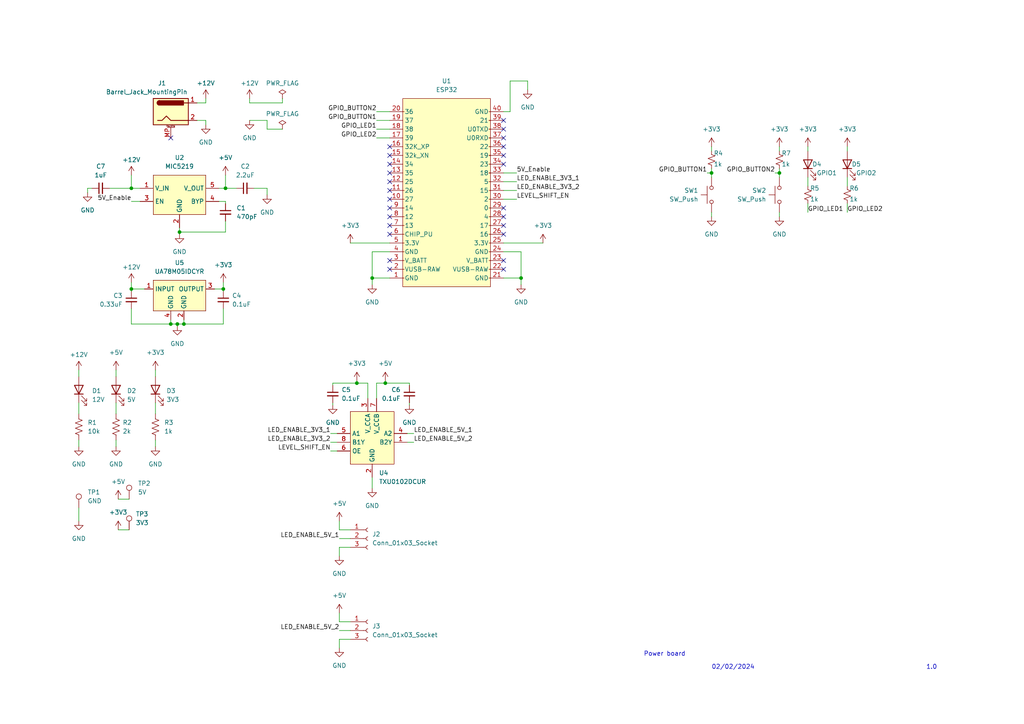
<source format=kicad_sch>
(kicad_sch (version 20230121) (generator eeschema)

  (uuid 7e56d9a3-86ce-4389-8c28-4efd971fec69)

  (paper "A4")

  (lib_symbols
    (symbol "Connector:Barrel_Jack_MountingPin" (pin_names hide) (in_bom yes) (on_board yes)
      (property "Reference" "J" (at 0 5.334 0)
        (effects (font (size 1.27 1.27)))
      )
      (property "Value" "Barrel_Jack_MountingPin" (at 1.27 -6.35 0)
        (effects (font (size 1.27 1.27)) (justify left))
      )
      (property "Footprint" "" (at 1.27 -1.016 0)
        (effects (font (size 1.27 1.27)) hide)
      )
      (property "Datasheet" "~" (at 1.27 -1.016 0)
        (effects (font (size 1.27 1.27)) hide)
      )
      (property "ki_keywords" "DC power barrel jack connector" (at 0 0 0)
        (effects (font (size 1.27 1.27)) hide)
      )
      (property "ki_description" "DC Barrel Jack with a mounting pin" (at 0 0 0)
        (effects (font (size 1.27 1.27)) hide)
      )
      (property "ki_fp_filters" "BarrelJack*" (at 0 0 0)
        (effects (font (size 1.27 1.27)) hide)
      )
      (symbol "Barrel_Jack_MountingPin_0_1"
        (rectangle (start -5.08 3.81) (end 5.08 -3.81)
          (stroke (width 0.254) (type default))
          (fill (type background))
        )
        (arc (start -3.302 3.175) (mid -3.9343 2.54) (end -3.302 1.905)
          (stroke (width 0.254) (type default))
          (fill (type none))
        )
        (arc (start -3.302 3.175) (mid -3.9343 2.54) (end -3.302 1.905)
          (stroke (width 0.254) (type default))
          (fill (type outline))
        )
        (polyline
          (pts
            (xy 5.08 2.54)
            (xy 3.81 2.54)
          )
          (stroke (width 0.254) (type default))
          (fill (type none))
        )
        (polyline
          (pts
            (xy -3.81 -2.54)
            (xy -2.54 -2.54)
            (xy -1.27 -1.27)
            (xy 0 -2.54)
            (xy 2.54 -2.54)
            (xy 5.08 -2.54)
          )
          (stroke (width 0.254) (type default))
          (fill (type none))
        )
        (rectangle (start 3.683 3.175) (end -3.302 1.905)
          (stroke (width 0.254) (type default))
          (fill (type outline))
        )
      )
      (symbol "Barrel_Jack_MountingPin_1_1"
        (polyline
          (pts
            (xy -1.016 -4.572)
            (xy 1.016 -4.572)
          )
          (stroke (width 0.1524) (type default))
          (fill (type none))
        )
        (text "Mounting" (at 0 -4.191 0)
          (effects (font (size 0.381 0.381)))
        )
        (pin passive line (at 7.62 2.54 180) (length 2.54)
          (name "~" (effects (font (size 1.27 1.27))))
          (number "1" (effects (font (size 1.27 1.27))))
        )
        (pin passive line (at 7.62 -2.54 180) (length 2.54)
          (name "~" (effects (font (size 1.27 1.27))))
          (number "2" (effects (font (size 1.27 1.27))))
        )
        (pin passive line (at 0 -7.62 90) (length 3.048)
          (name "MountPin" (effects (font (size 1.27 1.27))))
          (number "MP" (effects (font (size 1.27 1.27))))
        )
      )
    )
    (symbol "Connector:Conn_01x03_Socket" (pin_names (offset 1.016) hide) (in_bom yes) (on_board yes)
      (property "Reference" "J" (at 0 5.08 0)
        (effects (font (size 1.27 1.27)))
      )
      (property "Value" "Conn_01x03_Socket" (at 0 -5.08 0)
        (effects (font (size 1.27 1.27)))
      )
      (property "Footprint" "" (at 0 0 0)
        (effects (font (size 1.27 1.27)) hide)
      )
      (property "Datasheet" "~" (at 0 0 0)
        (effects (font (size 1.27 1.27)) hide)
      )
      (property "ki_locked" "" (at 0 0 0)
        (effects (font (size 1.27 1.27)))
      )
      (property "ki_keywords" "connector" (at 0 0 0)
        (effects (font (size 1.27 1.27)) hide)
      )
      (property "ki_description" "Generic connector, single row, 01x03, script generated" (at 0 0 0)
        (effects (font (size 1.27 1.27)) hide)
      )
      (property "ki_fp_filters" "Connector*:*_1x??_*" (at 0 0 0)
        (effects (font (size 1.27 1.27)) hide)
      )
      (symbol "Conn_01x03_Socket_1_1"
        (arc (start 0 -2.032) (mid -0.5058 -2.54) (end 0 -3.048)
          (stroke (width 0.1524) (type default))
          (fill (type none))
        )
        (polyline
          (pts
            (xy -1.27 -2.54)
            (xy -0.508 -2.54)
          )
          (stroke (width 0.1524) (type default))
          (fill (type none))
        )
        (polyline
          (pts
            (xy -1.27 0)
            (xy -0.508 0)
          )
          (stroke (width 0.1524) (type default))
          (fill (type none))
        )
        (polyline
          (pts
            (xy -1.27 2.54)
            (xy -0.508 2.54)
          )
          (stroke (width 0.1524) (type default))
          (fill (type none))
        )
        (arc (start 0 0.508) (mid -0.5058 0) (end 0 -0.508)
          (stroke (width 0.1524) (type default))
          (fill (type none))
        )
        (arc (start 0 3.048) (mid -0.5058 2.54) (end 0 2.032)
          (stroke (width 0.1524) (type default))
          (fill (type none))
        )
        (pin passive line (at -5.08 2.54 0) (length 3.81)
          (name "Pin_1" (effects (font (size 1.27 1.27))))
          (number "1" (effects (font (size 1.27 1.27))))
        )
        (pin passive line (at -5.08 0 0) (length 3.81)
          (name "Pin_2" (effects (font (size 1.27 1.27))))
          (number "2" (effects (font (size 1.27 1.27))))
        )
        (pin passive line (at -5.08 -2.54 0) (length 3.81)
          (name "Pin_3" (effects (font (size 1.27 1.27))))
          (number "3" (effects (font (size 1.27 1.27))))
        )
      )
    )
    (symbol "Connector:TestPoint" (pin_numbers hide) (pin_names (offset 0.762) hide) (in_bom yes) (on_board yes)
      (property "Reference" "TP" (at 0 6.858 0)
        (effects (font (size 1.27 1.27)))
      )
      (property "Value" "TestPoint" (at 0 5.08 0)
        (effects (font (size 1.27 1.27)))
      )
      (property "Footprint" "" (at 5.08 0 0)
        (effects (font (size 1.27 1.27)) hide)
      )
      (property "Datasheet" "~" (at 5.08 0 0)
        (effects (font (size 1.27 1.27)) hide)
      )
      (property "ki_keywords" "test point tp" (at 0 0 0)
        (effects (font (size 1.27 1.27)) hide)
      )
      (property "ki_description" "test point" (at 0 0 0)
        (effects (font (size 1.27 1.27)) hide)
      )
      (property "ki_fp_filters" "Pin* Test*" (at 0 0 0)
        (effects (font (size 1.27 1.27)) hide)
      )
      (symbol "TestPoint_0_1"
        (circle (center 0 3.302) (radius 0.762)
          (stroke (width 0) (type default))
          (fill (type none))
        )
      )
      (symbol "TestPoint_1_1"
        (pin passive line (at 0 0 90) (length 2.54)
          (name "1" (effects (font (size 1.27 1.27))))
          (number "1" (effects (font (size 1.27 1.27))))
        )
      )
    )
    (symbol "Device:C_Small" (pin_numbers hide) (pin_names (offset 0.254) hide) (in_bom yes) (on_board yes)
      (property "Reference" "C" (at 0.254 1.778 0)
        (effects (font (size 1.27 1.27)) (justify left))
      )
      (property "Value" "C_Small" (at 0.254 -2.032 0)
        (effects (font (size 1.27 1.27)) (justify left))
      )
      (property "Footprint" "" (at 0 0 0)
        (effects (font (size 1.27 1.27)) hide)
      )
      (property "Datasheet" "~" (at 0 0 0)
        (effects (font (size 1.27 1.27)) hide)
      )
      (property "ki_keywords" "capacitor cap" (at 0 0 0)
        (effects (font (size 1.27 1.27)) hide)
      )
      (property "ki_description" "Unpolarized capacitor, small symbol" (at 0 0 0)
        (effects (font (size 1.27 1.27)) hide)
      )
      (property "ki_fp_filters" "C_*" (at 0 0 0)
        (effects (font (size 1.27 1.27)) hide)
      )
      (symbol "C_Small_0_1"
        (polyline
          (pts
            (xy -1.524 -0.508)
            (xy 1.524 -0.508)
          )
          (stroke (width 0.3302) (type default))
          (fill (type none))
        )
        (polyline
          (pts
            (xy -1.524 0.508)
            (xy 1.524 0.508)
          )
          (stroke (width 0.3048) (type default))
          (fill (type none))
        )
      )
      (symbol "C_Small_1_1"
        (pin passive line (at 0 2.54 270) (length 2.032)
          (name "~" (effects (font (size 1.27 1.27))))
          (number "1" (effects (font (size 1.27 1.27))))
        )
        (pin passive line (at 0 -2.54 90) (length 2.032)
          (name "~" (effects (font (size 1.27 1.27))))
          (number "2" (effects (font (size 1.27 1.27))))
        )
      )
    )
    (symbol "Device:LED" (pin_numbers hide) (pin_names (offset 1.016) hide) (in_bom yes) (on_board yes)
      (property "Reference" "D" (at 0 2.54 0)
        (effects (font (size 1.27 1.27)))
      )
      (property "Value" "LED" (at 0 -2.54 0)
        (effects (font (size 1.27 1.27)))
      )
      (property "Footprint" "" (at 0 0 0)
        (effects (font (size 1.27 1.27)) hide)
      )
      (property "Datasheet" "~" (at 0 0 0)
        (effects (font (size 1.27 1.27)) hide)
      )
      (property "ki_keywords" "LED diode" (at 0 0 0)
        (effects (font (size 1.27 1.27)) hide)
      )
      (property "ki_description" "Light emitting diode" (at 0 0 0)
        (effects (font (size 1.27 1.27)) hide)
      )
      (property "ki_fp_filters" "LED* LED_SMD:* LED_THT:*" (at 0 0 0)
        (effects (font (size 1.27 1.27)) hide)
      )
      (symbol "LED_0_1"
        (polyline
          (pts
            (xy -1.27 -1.27)
            (xy -1.27 1.27)
          )
          (stroke (width 0.254) (type default))
          (fill (type none))
        )
        (polyline
          (pts
            (xy -1.27 0)
            (xy 1.27 0)
          )
          (stroke (width 0) (type default))
          (fill (type none))
        )
        (polyline
          (pts
            (xy 1.27 -1.27)
            (xy 1.27 1.27)
            (xy -1.27 0)
            (xy 1.27 -1.27)
          )
          (stroke (width 0.254) (type default))
          (fill (type none))
        )
        (polyline
          (pts
            (xy -3.048 -0.762)
            (xy -4.572 -2.286)
            (xy -3.81 -2.286)
            (xy -4.572 -2.286)
            (xy -4.572 -1.524)
          )
          (stroke (width 0) (type default))
          (fill (type none))
        )
        (polyline
          (pts
            (xy -1.778 -0.762)
            (xy -3.302 -2.286)
            (xy -2.54 -2.286)
            (xy -3.302 -2.286)
            (xy -3.302 -1.524)
          )
          (stroke (width 0) (type default))
          (fill (type none))
        )
      )
      (symbol "LED_1_1"
        (pin passive line (at -3.81 0 0) (length 2.54)
          (name "K" (effects (font (size 1.27 1.27))))
          (number "1" (effects (font (size 1.27 1.27))))
        )
        (pin passive line (at 3.81 0 180) (length 2.54)
          (name "A" (effects (font (size 1.27 1.27))))
          (number "2" (effects (font (size 1.27 1.27))))
        )
      )
    )
    (symbol "Device:R_Small_US" (pin_numbers hide) (pin_names (offset 0.254) hide) (in_bom yes) (on_board yes)
      (property "Reference" "R" (at 0.762 0.508 0)
        (effects (font (size 1.27 1.27)) (justify left))
      )
      (property "Value" "R_Small_US" (at 0.762 -1.016 0)
        (effects (font (size 1.27 1.27)) (justify left))
      )
      (property "Footprint" "" (at 0 0 0)
        (effects (font (size 1.27 1.27)) hide)
      )
      (property "Datasheet" "~" (at 0 0 0)
        (effects (font (size 1.27 1.27)) hide)
      )
      (property "ki_keywords" "r resistor" (at 0 0 0)
        (effects (font (size 1.27 1.27)) hide)
      )
      (property "ki_description" "Resistor, small US symbol" (at 0 0 0)
        (effects (font (size 1.27 1.27)) hide)
      )
      (property "ki_fp_filters" "R_*" (at 0 0 0)
        (effects (font (size 1.27 1.27)) hide)
      )
      (symbol "R_Small_US_1_1"
        (polyline
          (pts
            (xy 0 0)
            (xy 1.016 -0.381)
            (xy 0 -0.762)
            (xy -1.016 -1.143)
            (xy 0 -1.524)
          )
          (stroke (width 0) (type default))
          (fill (type none))
        )
        (polyline
          (pts
            (xy 0 1.524)
            (xy 1.016 1.143)
            (xy 0 0.762)
            (xy -1.016 0.381)
            (xy 0 0)
          )
          (stroke (width 0) (type default))
          (fill (type none))
        )
        (pin passive line (at 0 2.54 270) (length 1.016)
          (name "~" (effects (font (size 1.27 1.27))))
          (number "1" (effects (font (size 1.27 1.27))))
        )
        (pin passive line (at 0 -2.54 90) (length 1.016)
          (name "~" (effects (font (size 1.27 1.27))))
          (number "2" (effects (font (size 1.27 1.27))))
        )
      )
    )
    (symbol "Device:R_US" (pin_numbers hide) (pin_names (offset 0)) (in_bom yes) (on_board yes)
      (property "Reference" "R" (at 2.54 0 90)
        (effects (font (size 1.27 1.27)))
      )
      (property "Value" "R_US" (at -2.54 0 90)
        (effects (font (size 1.27 1.27)))
      )
      (property "Footprint" "" (at 1.016 -0.254 90)
        (effects (font (size 1.27 1.27)) hide)
      )
      (property "Datasheet" "~" (at 0 0 0)
        (effects (font (size 1.27 1.27)) hide)
      )
      (property "ki_keywords" "R res resistor" (at 0 0 0)
        (effects (font (size 1.27 1.27)) hide)
      )
      (property "ki_description" "Resistor, US symbol" (at 0 0 0)
        (effects (font (size 1.27 1.27)) hide)
      )
      (property "ki_fp_filters" "R_*" (at 0 0 0)
        (effects (font (size 1.27 1.27)) hide)
      )
      (symbol "R_US_0_1"
        (polyline
          (pts
            (xy 0 -2.286)
            (xy 0 -2.54)
          )
          (stroke (width 0) (type default))
          (fill (type none))
        )
        (polyline
          (pts
            (xy 0 2.286)
            (xy 0 2.54)
          )
          (stroke (width 0) (type default))
          (fill (type none))
        )
        (polyline
          (pts
            (xy 0 -0.762)
            (xy 1.016 -1.143)
            (xy 0 -1.524)
            (xy -1.016 -1.905)
            (xy 0 -2.286)
          )
          (stroke (width 0) (type default))
          (fill (type none))
        )
        (polyline
          (pts
            (xy 0 0.762)
            (xy 1.016 0.381)
            (xy 0 0)
            (xy -1.016 -0.381)
            (xy 0 -0.762)
          )
          (stroke (width 0) (type default))
          (fill (type none))
        )
        (polyline
          (pts
            (xy 0 2.286)
            (xy 1.016 1.905)
            (xy 0 1.524)
            (xy -1.016 1.143)
            (xy 0 0.762)
          )
          (stroke (width 0) (type default))
          (fill (type none))
        )
      )
      (symbol "R_US_1_1"
        (pin passive line (at 0 3.81 270) (length 1.27)
          (name "~" (effects (font (size 1.27 1.27))))
          (number "1" (effects (font (size 1.27 1.27))))
        )
        (pin passive line (at 0 -3.81 90) (length 1.27)
          (name "~" (effects (font (size 1.27 1.27))))
          (number "2" (effects (font (size 1.27 1.27))))
        )
      )
    )
    (symbol "Switch:SW_Push" (pin_numbers hide) (pin_names (offset 1.016) hide) (in_bom yes) (on_board yes)
      (property "Reference" "SW" (at 1.27 2.54 0)
        (effects (font (size 1.27 1.27)) (justify left))
      )
      (property "Value" "SW_Push" (at 0 -1.524 0)
        (effects (font (size 1.27 1.27)))
      )
      (property "Footprint" "" (at 0 5.08 0)
        (effects (font (size 1.27 1.27)) hide)
      )
      (property "Datasheet" "~" (at 0 5.08 0)
        (effects (font (size 1.27 1.27)) hide)
      )
      (property "ki_keywords" "switch normally-open pushbutton push-button" (at 0 0 0)
        (effects (font (size 1.27 1.27)) hide)
      )
      (property "ki_description" "Push button switch, generic, two pins" (at 0 0 0)
        (effects (font (size 1.27 1.27)) hide)
      )
      (symbol "SW_Push_0_1"
        (circle (center -2.032 0) (radius 0.508)
          (stroke (width 0) (type default))
          (fill (type none))
        )
        (polyline
          (pts
            (xy 0 1.27)
            (xy 0 3.048)
          )
          (stroke (width 0) (type default))
          (fill (type none))
        )
        (polyline
          (pts
            (xy 2.54 1.27)
            (xy -2.54 1.27)
          )
          (stroke (width 0) (type default))
          (fill (type none))
        )
        (circle (center 2.032 0) (radius 0.508)
          (stroke (width 0) (type default))
          (fill (type none))
        )
        (pin passive line (at -5.08 0 0) (length 2.54)
          (name "1" (effects (font (size 1.27 1.27))))
          (number "1" (effects (font (size 1.27 1.27))))
        )
        (pin passive line (at 5.08 0 180) (length 2.54)
          (name "2" (effects (font (size 1.27 1.27))))
          (number "2" (effects (font (size 1.27 1.27))))
        )
      )
    )
    (symbol "customLibrary:ESP32" (in_bom yes) (on_board yes)
      (property "Reference" "U" (at -6.35 -1.27 0)
        (effects (font (size 1.27 1.27)))
      )
      (property "Value" "ESP32" (at -5.08 1.27 0)
        (effects (font (size 1.27 1.27)))
      )
      (property "Footprint" "custom_footprints:ESP32_Thing" (at -2.54 0 0)
        (effects (font (size 1.27 1.27)) hide)
      )
      (property "Datasheet" "https://www.sparkfun.com/products/13907" (at -2.54 5.08 0)
        (effects (font (size 1.27 1.27)) hide)
      )
      (symbol "ESP32_1_1"
        (rectangle (start -12.7 0) (end 12.7 -54.61)
          (stroke (width 0) (type default))
          (fill (type background))
        )
        (polyline
          (pts
            (xy -12.7 -52.07)
            (xy -12.2936 -52.07)
          )
          (stroke (width 0.1524) (type default))
          (fill (type none))
        )
        (polyline
          (pts
            (xy -12.7 -49.53)
            (xy -12.2936 -49.53)
          )
          (stroke (width 0.1524) (type default))
          (fill (type none))
        )
        (polyline
          (pts
            (xy -12.7 -46.99)
            (xy -12.2936 -46.99)
          )
          (stroke (width 0.1524) (type default))
          (fill (type none))
        )
        (polyline
          (pts
            (xy -12.7 -44.45)
            (xy -12.2936 -44.45)
          )
          (stroke (width 0.1524) (type default))
          (fill (type none))
        )
        (polyline
          (pts
            (xy -12.7 -41.91)
            (xy -12.2936 -41.91)
          )
          (stroke (width 0.1524) (type default))
          (fill (type none))
        )
        (polyline
          (pts
            (xy -12.7 -39.37)
            (xy -12.2936 -39.37)
          )
          (stroke (width 0.1524) (type default))
          (fill (type none))
        )
        (polyline
          (pts
            (xy -12.7 -36.83)
            (xy -12.2936 -36.83)
          )
          (stroke (width 0.1524) (type default))
          (fill (type none))
        )
        (polyline
          (pts
            (xy -12.7 -34.29)
            (xy -12.2936 -34.29)
          )
          (stroke (width 0.1524) (type default))
          (fill (type none))
        )
        (polyline
          (pts
            (xy -12.7 -31.75)
            (xy -12.2936 -31.75)
          )
          (stroke (width 0.1524) (type default))
          (fill (type none))
        )
        (polyline
          (pts
            (xy -12.7 -29.21)
            (xy -12.2936 -29.21)
          )
          (stroke (width 0.1524) (type default))
          (fill (type none))
        )
        (polyline
          (pts
            (xy -12.7 -26.67)
            (xy -12.2936 -26.67)
          )
          (stroke (width 0.1524) (type default))
          (fill (type none))
        )
        (polyline
          (pts
            (xy -12.7 -3.81)
            (xy -12.2936 -3.81)
          )
          (stroke (width 0.1524) (type default))
          (fill (type none))
        )
        (polyline
          (pts
            (xy 12.7 -52.07)
            (xy 12.2936 -52.07)
          )
          (stroke (width 0.1524) (type default))
          (fill (type none))
        )
        (polyline
          (pts
            (xy 12.7 -49.53)
            (xy 12.2936 -49.53)
          )
          (stroke (width 0.1524) (type default))
          (fill (type none))
        )
        (polyline
          (pts
            (xy 12.7 -46.99)
            (xy 12.2936 -46.99)
          )
          (stroke (width 0.1524) (type default))
          (fill (type none))
        )
        (polyline
          (pts
            (xy 12.7 -44.45)
            (xy 12.2936 -44.45)
          )
          (stroke (width 0.1524) (type default))
          (fill (type none))
        )
        (polyline
          (pts
            (xy 12.7 -41.91)
            (xy 12.2936 -41.91)
          )
          (stroke (width 0.1524) (type default))
          (fill (type none))
        )
        (polyline
          (pts
            (xy 12.7 -39.37)
            (xy 12.2936 -39.37)
          )
          (stroke (width 0.1524) (type default))
          (fill (type none))
        )
        (polyline
          (pts
            (xy 12.7 -36.83)
            (xy 12.2936 -36.83)
          )
          (stroke (width 0.1524) (type default))
          (fill (type none))
        )
        (polyline
          (pts
            (xy 12.7 -34.29)
            (xy 12.2936 -34.29)
          )
          (stroke (width 0.1524) (type default))
          (fill (type none))
        )
        (polyline
          (pts
            (xy 12.7 -31.75)
            (xy 12.2936 -31.75)
          )
          (stroke (width 0.1524) (type default))
          (fill (type none))
        )
        (polyline
          (pts
            (xy 12.7 -29.21)
            (xy 12.2936 -29.21)
          )
          (stroke (width 0.1524) (type default))
          (fill (type none))
        )
        (polyline
          (pts
            (xy 12.7 -26.67)
            (xy 12.2936 -26.67)
          )
          (stroke (width 0.1524) (type default))
          (fill (type none))
        )
        (polyline
          (pts
            (xy 12.7 -24.13)
            (xy 12.2936 -24.13)
          )
          (stroke (width 0.1524) (type default))
          (fill (type none))
        )
        (polyline
          (pts
            (xy 12.7 -24.13)
            (xy 12.2936 -24.13)
          )
          (stroke (width 0.1524) (type default))
          (fill (type none))
        )
        (polyline
          (pts
            (xy 12.7 -21.59)
            (xy 12.2936 -21.59)
          )
          (stroke (width 0.1524) (type default))
          (fill (type none))
        )
        (polyline
          (pts
            (xy 12.7 -21.59)
            (xy 12.2936 -21.59)
          )
          (stroke (width 0.1524) (type default))
          (fill (type none))
        )
        (polyline
          (pts
            (xy 12.7 -19.05)
            (xy 12.2936 -19.05)
          )
          (stroke (width 0.1524) (type default))
          (fill (type none))
        )
        (polyline
          (pts
            (xy 12.7 -19.05)
            (xy 12.2936 -19.05)
          )
          (stroke (width 0.1524) (type default))
          (fill (type none))
        )
        (polyline
          (pts
            (xy 12.7 -16.51)
            (xy 12.2936 -16.51)
          )
          (stroke (width 0.1524) (type default))
          (fill (type none))
        )
        (polyline
          (pts
            (xy 12.7 -16.51)
            (xy 12.2936 -16.51)
          )
          (stroke (width 0.1524) (type default))
          (fill (type none))
        )
        (polyline
          (pts
            (xy 12.7 -13.97)
            (xy 12.2936 -13.97)
          )
          (stroke (width 0.1524) (type default))
          (fill (type none))
        )
        (polyline
          (pts
            (xy 12.7 -13.97)
            (xy 12.2936 -13.97)
          )
          (stroke (width 0.1524) (type default))
          (fill (type none))
        )
        (polyline
          (pts
            (xy 12.7 -11.43)
            (xy 12.2936 -11.43)
          )
          (stroke (width 0.1524) (type default))
          (fill (type none))
        )
        (polyline
          (pts
            (xy 12.7 -11.43)
            (xy 12.2936 -11.43)
          )
          (stroke (width 0.1524) (type default))
          (fill (type none))
        )
        (polyline
          (pts
            (xy 12.7 -8.89)
            (xy 12.2936 -8.89)
          )
          (stroke (width 0.1524) (type default))
          (fill (type none))
        )
        (polyline
          (pts
            (xy 12.7 -8.89)
            (xy 12.2936 -8.89)
          )
          (stroke (width 0.1524) (type default))
          (fill (type none))
        )
        (polyline
          (pts
            (xy 12.7 -6.35)
            (xy 12.2936 -6.35)
          )
          (stroke (width 0.1524) (type default))
          (fill (type none))
        )
        (polyline
          (pts
            (xy 12.7 -6.35)
            (xy 12.2936 -6.35)
          )
          (stroke (width 0.1524) (type default))
          (fill (type none))
        )
        (polyline
          (pts
            (xy 12.7 -3.81)
            (xy 12.2936 -3.81)
          )
          (stroke (width 0.1524) (type default))
          (fill (type none))
        )
        (pin passive line (at -16.51 -52.07 0) (length 3.81)
          (name "GND" (effects (font (size 1.27 1.27))))
          (number "1" (effects (font (size 1.27 1.27))))
        )
        (pin passive line (at -16.51 -29.21 0) (length 3.81)
          (name "27" (effects (font (size 1.27 1.27))))
          (number "10" (effects (font (size 1.27 1.27))))
        )
        (pin passive line (at -16.51 -26.67 0) (length 3.81)
          (name "26" (effects (font (size 1.27 1.27))))
          (number "11" (effects (font (size 1.27 1.27))))
        )
        (pin passive line (at -16.51 -24.13 0) (length 3.81)
          (name "25" (effects (font (size 1.27 1.27))))
          (number "12" (effects (font (size 1.27 1.27))))
        )
        (pin passive line (at -16.51 -21.59 0) (length 3.81)
          (name "35" (effects (font (size 1.27 1.27))))
          (number "13" (effects (font (size 1.27 1.27))))
        )
        (pin passive line (at -16.51 -19.05 0) (length 3.81)
          (name "34" (effects (font (size 1.27 1.27))))
          (number "14" (effects (font (size 1.27 1.27))))
        )
        (pin passive line (at -16.51 -16.51 0) (length 3.81)
          (name "32k_XN" (effects (font (size 1.27 1.27))))
          (number "15" (effects (font (size 1.27 1.27))))
        )
        (pin passive line (at -16.51 -13.97 0) (length 3.81)
          (name "32K_XP" (effects (font (size 1.27 1.27))))
          (number "16" (effects (font (size 1.27 1.27))))
        )
        (pin passive line (at -16.51 -11.43 0) (length 3.81)
          (name "39" (effects (font (size 1.27 1.27))))
          (number "17" (effects (font (size 1.27 1.27))))
        )
        (pin passive line (at -16.51 -8.89 0) (length 3.81)
          (name "38" (effects (font (size 1.27 1.27))))
          (number "18" (effects (font (size 1.27 1.27))))
        )
        (pin passive line (at -16.51 -6.35 0) (length 3.81)
          (name "37" (effects (font (size 1.27 1.27))))
          (number "19" (effects (font (size 1.27 1.27))))
        )
        (pin passive line (at -16.51 -49.53 0) (length 3.81)
          (name "VUSB-RAW" (effects (font (size 1.27 1.27))))
          (number "2" (effects (font (size 1.27 1.27))))
        )
        (pin passive line (at -16.51 -3.81 0) (length 3.81)
          (name "36" (effects (font (size 1.27 1.27))))
          (number "20" (effects (font (size 1.27 1.27))))
        )
        (pin passive line (at 16.51 -52.07 180) (length 3.81)
          (name "GND" (effects (font (size 1.27 1.27))))
          (number "21" (effects (font (size 1.27 1.27))))
        )
        (pin passive line (at 16.51 -49.53 180) (length 3.81)
          (name "VUSB-RAW" (effects (font (size 1.27 1.27))))
          (number "22" (effects (font (size 1.27 1.27))))
        )
        (pin passive line (at 16.51 -46.99 180) (length 3.81)
          (name "V_BATT" (effects (font (size 1.27 1.27))))
          (number "23" (effects (font (size 1.27 1.27))))
        )
        (pin passive line (at 16.51 -44.45 180) (length 3.81)
          (name "GND" (effects (font (size 1.27 1.27))))
          (number "24" (effects (font (size 1.27 1.27))))
        )
        (pin passive line (at 16.51 -41.91 180) (length 3.81)
          (name "3.3V" (effects (font (size 1.27 1.27))))
          (number "25" (effects (font (size 1.27 1.27))))
        )
        (pin passive line (at 16.51 -39.37 180) (length 3.81)
          (name "16" (effects (font (size 1.27 1.27))))
          (number "26" (effects (font (size 1.27 1.27))))
        )
        (pin passive line (at 16.51 -36.83 180) (length 3.81)
          (name "17" (effects (font (size 1.27 1.27))))
          (number "27" (effects (font (size 1.27 1.27))))
        )
        (pin passive line (at 16.51 -34.29 180) (length 3.81)
          (name "4" (effects (font (size 1.27 1.27))))
          (number "28" (effects (font (size 1.27 1.27))))
        )
        (pin passive line (at 16.51 -31.75 180) (length 3.81)
          (name "0" (effects (font (size 1.27 1.27))))
          (number "29" (effects (font (size 1.27 1.27))))
        )
        (pin passive line (at -16.51 -46.99 0) (length 3.81)
          (name "V_BATT" (effects (font (size 1.27 1.27))))
          (number "3" (effects (font (size 1.27 1.27))))
        )
        (pin passive line (at 16.51 -29.21 180) (length 3.81)
          (name "2" (effects (font (size 1.27 1.27))))
          (number "30" (effects (font (size 1.27 1.27))))
        )
        (pin passive line (at 16.51 -26.67 180) (length 3.81)
          (name "15" (effects (font (size 1.27 1.27))))
          (number "31" (effects (font (size 1.27 1.27))))
        )
        (pin passive line (at 16.51 -24.13 180) (length 3.81)
          (name "5" (effects (font (size 1.27 1.27))))
          (number "32" (effects (font (size 1.27 1.27))))
        )
        (pin passive line (at 16.51 -21.59 180) (length 3.81)
          (name "18" (effects (font (size 1.27 1.27))))
          (number "33" (effects (font (size 1.27 1.27))))
        )
        (pin passive line (at 16.51 -19.05 180) (length 3.81)
          (name "23" (effects (font (size 1.27 1.27))))
          (number "34" (effects (font (size 1.27 1.27))))
        )
        (pin passive line (at 16.51 -16.51 180) (length 3.81)
          (name "19" (effects (font (size 1.27 1.27))))
          (number "35" (effects (font (size 1.27 1.27))))
        )
        (pin passive line (at 16.51 -13.97 180) (length 3.81)
          (name "22" (effects (font (size 1.27 1.27))))
          (number "36" (effects (font (size 1.27 1.27))))
        )
        (pin passive line (at 16.51 -11.43 180) (length 3.81)
          (name "U0RXD" (effects (font (size 1.27 1.27))))
          (number "37" (effects (font (size 1.27 1.27))))
        )
        (pin passive line (at 16.51 -8.89 180) (length 3.81)
          (name "U0TXD" (effects (font (size 1.27 1.27))))
          (number "38" (effects (font (size 1.27 1.27))))
        )
        (pin passive line (at 16.51 -6.35 180) (length 3.81)
          (name "21" (effects (font (size 1.27 1.27))))
          (number "39" (effects (font (size 1.27 1.27))))
        )
        (pin passive line (at -16.51 -44.45 0) (length 3.81)
          (name "GND" (effects (font (size 1.27 1.27))))
          (number "4" (effects (font (size 1.27 1.27))))
        )
        (pin passive line (at 16.51 -3.81 180) (length 3.81)
          (name "GND" (effects (font (size 1.27 1.27))))
          (number "40" (effects (font (size 1.27 1.27))))
        )
        (pin passive line (at -16.51 -41.91 0) (length 3.81)
          (name "3.3V" (effects (font (size 1.27 1.27))))
          (number "5" (effects (font (size 1.27 1.27))))
        )
        (pin passive line (at -16.51 -39.37 0) (length 3.81)
          (name "CHIP_PU" (effects (font (size 1.27 1.27))))
          (number "6" (effects (font (size 1.27 1.27))))
        )
        (pin passive line (at -16.51 -36.83 0) (length 3.81)
          (name "13" (effects (font (size 1.27 1.27))))
          (number "7" (effects (font (size 1.27 1.27))))
        )
        (pin passive line (at -16.51 -34.29 0) (length 3.81)
          (name "12" (effects (font (size 1.27 1.27))))
          (number "8" (effects (font (size 1.27 1.27))))
        )
        (pin passive line (at -16.51 -31.75 0) (length 3.81)
          (name "14" (effects (font (size 1.27 1.27))))
          (number "9" (effects (font (size 1.27 1.27))))
        )
      )
    )
    (symbol "customLibrary:MIC5219" (in_bom yes) (on_board yes)
      (property "Reference" "U" (at -1.27 1.27 0)
        (effects (font (size 1.27 1.27)))
      )
      (property "Value" "MIC5219" (at -2.54 3.81 0)
        (effects (font (size 1.27 1.27)))
      )
      (property "Footprint" "Package_TO_SOT_SMD:SOT-23-5" (at 0 2.54 0)
        (effects (font (size 1.27 1.27)) hide)
      )
      (property "Datasheet" "https://ww1.microchip.com/downloads/en/DeviceDoc/MIC5219-500mA-Peak-Output-LDO-Regulator-DS20006021A.pdf" (at -1.27 2.54 0)
        (effects (font (size 1.27 1.27)) hide)
      )
      (symbol "MIC5219_1_1"
        (rectangle (start 0 0) (end 15.24 -11.43)
          (stroke (width 0) (type default))
          (fill (type background))
        )
        (pin power_in line (at -3.81 -3.81 0) (length 3.81)
          (name "V_IN" (effects (font (size 1.27 1.27))))
          (number "1" (effects (font (size 1.27 1.27))))
        )
        (pin passive line (at 7.62 -15.24 90) (length 3.81)
          (name "GND" (effects (font (size 1.27 1.27))))
          (number "2" (effects (font (size 1.27 1.27))))
        )
        (pin passive line (at -3.81 -7.62 0) (length 3.81)
          (name "EN" (effects (font (size 1.27 1.27))))
          (number "3" (effects (font (size 1.27 1.27))))
        )
        (pin passive line (at 19.05 -7.62 180) (length 3.81)
          (name "BYP" (effects (font (size 1.27 1.27))))
          (number "4" (effects (font (size 1.27 1.27))))
        )
        (pin power_out line (at 19.05 -3.81 180) (length 3.81)
          (name "V_OUT" (effects (font (size 1.27 1.27))))
          (number "5" (effects (font (size 1.27 1.27))))
        )
      )
    )
    (symbol "customLibrary:TXU0102DCUR" (in_bom yes) (on_board yes)
      (property "Reference" "U" (at -1.27 1.27 0)
        (effects (font (size 1.27 1.27)))
      )
      (property "Value" "TXU0102DCUR" (at -1.27 3.81 0)
        (effects (font (size 1.27 1.27)))
      )
      (property "Footprint" "Package_SO:VSSOP-8_2.3x2mm_P0.5mm" (at -1.27 1.27 0)
        (effects (font (size 1.27 1.27)) hide)
      )
      (property "Datasheet" "https://www.ti.com/lit/ds/symlink/txu0102.pdf?ts=1648480776178&ref_url=https%253A%252F%252Fwww.ti.com%252Fstore%252Fti%252Fen%252Fp%252Fproduct%252F%253Fp%253DTXU0102DCUR%2526keyMatch%253DTXU0102DCUR%2526tisearch%253Dsearch-everything%2526usecase%253DOPN" (at -1.27 3.81 0)
        (effects (font (size 1.27 1.27)) hide)
      )
      (symbol "TXU0102DCUR_1_1"
        (rectangle (start 0 -7.62) (end 12.7 -22.86)
          (stroke (width 0) (type default))
          (fill (type background))
        )
        (pin passive line (at 16.51 -16.51 180) (length 3.81)
          (name "B2Y" (effects (font (size 1.27 1.27))))
          (number "1" (effects (font (size 1.27 1.27))))
        )
        (pin passive line (at 6.35 -26.67 90) (length 3.81)
          (name "GND" (effects (font (size 1.27 1.27))))
          (number "2" (effects (font (size 1.27 1.27))))
        )
        (pin passive line (at 5.08 -3.81 270) (length 3.81)
          (name "V_CCA" (effects (font (size 1.27 1.27))))
          (number "3" (effects (font (size 1.27 1.27))))
        )
        (pin passive line (at 16.51 -13.97 180) (length 3.81)
          (name "A2" (effects (font (size 1.27 1.27))))
          (number "4" (effects (font (size 1.27 1.27))))
        )
        (pin passive line (at -3.81 -13.97 0) (length 3.81)
          (name "A1" (effects (font (size 1.27 1.27))))
          (number "5" (effects (font (size 1.27 1.27))))
        )
        (pin passive line (at -3.81 -19.05 0) (length 3.81)
          (name "OE" (effects (font (size 1.27 1.27))))
          (number "6" (effects (font (size 1.27 1.27))))
        )
        (pin passive line (at 7.62 -3.81 270) (length 3.81)
          (name "V_CCB" (effects (font (size 1.27 1.27))))
          (number "7" (effects (font (size 1.27 1.27))))
        )
        (pin passive line (at -3.81 -16.51 0) (length 3.81)
          (name "B1Y" (effects (font (size 1.27 1.27))))
          (number "8" (effects (font (size 1.27 1.27))))
        )
      )
    )
    (symbol "customLibrary:uA78M33" (in_bom yes) (on_board yes)
      (property "Reference" "U" (at -3.81 2.54 0)
        (effects (font (size 1.27 1.27)))
      )
      (property "Value" "UA78M05IDCYR" (at -2.54 3.81 0)
        (effects (font (size 1.27 1.27)))
      )
      (property "Footprint" "Package_TO_SOT_SMD:SOT-223" (at -1.27 3.81 0)
        (effects (font (size 1.27 1.27)) hide)
      )
      (property "Datasheet" "https://www.ti.com/lit/ds/slvs059t/slvs059t.pdf" (at 0 3.81 0)
        (effects (font (size 1.27 1.27)) hide)
      )
      (symbol "uA78M33_1_1"
        (rectangle (start 0 0) (end 15.24 -8.89)
          (stroke (width 0) (type default))
          (fill (type background))
        )
        (pin power_in line (at -2.54 -2.54 0) (length 2.54)
          (name "INPUT" (effects (font (size 1.27 1.27))))
          (number "1" (effects (font (size 1.27 1.27))))
        )
        (pin passive line (at 8.89 -11.43 90) (length 2.54)
          (name "GND" (effects (font (size 1.27 1.27))))
          (number "2" (effects (font (size 1.27 1.27))))
        )
        (pin power_out line (at 17.78 -2.54 180) (length 2.54)
          (name "OUTPUT" (effects (font (size 1.27 1.27))))
          (number "3" (effects (font (size 1.27 1.27))))
        )
        (pin passive line (at 5.08 -11.43 90) (length 2.54)
          (name "GND" (effects (font (size 1.27 1.27))))
          (number "4" (effects (font (size 1.27 1.27))))
        )
      )
    )
    (symbol "power:+12V" (power) (pin_names (offset 0)) (in_bom yes) (on_board yes)
      (property "Reference" "#PWR" (at 0 -3.81 0)
        (effects (font (size 1.27 1.27)) hide)
      )
      (property "Value" "+12V" (at 0 3.556 0)
        (effects (font (size 1.27 1.27)))
      )
      (property "Footprint" "" (at 0 0 0)
        (effects (font (size 1.27 1.27)) hide)
      )
      (property "Datasheet" "" (at 0 0 0)
        (effects (font (size 1.27 1.27)) hide)
      )
      (property "ki_keywords" "global power" (at 0 0 0)
        (effects (font (size 1.27 1.27)) hide)
      )
      (property "ki_description" "Power symbol creates a global label with name \"+12V\"" (at 0 0 0)
        (effects (font (size 1.27 1.27)) hide)
      )
      (symbol "+12V_0_1"
        (polyline
          (pts
            (xy -0.762 1.27)
            (xy 0 2.54)
          )
          (stroke (width 0) (type default))
          (fill (type none))
        )
        (polyline
          (pts
            (xy 0 0)
            (xy 0 2.54)
          )
          (stroke (width 0) (type default))
          (fill (type none))
        )
        (polyline
          (pts
            (xy 0 2.54)
            (xy 0.762 1.27)
          )
          (stroke (width 0) (type default))
          (fill (type none))
        )
      )
      (symbol "+12V_1_1"
        (pin power_in line (at 0 0 90) (length 0) hide
          (name "+12V" (effects (font (size 1.27 1.27))))
          (number "1" (effects (font (size 1.27 1.27))))
        )
      )
    )
    (symbol "power:+3V3" (power) (pin_names (offset 0)) (in_bom yes) (on_board yes)
      (property "Reference" "#PWR" (at 0 -3.81 0)
        (effects (font (size 1.27 1.27)) hide)
      )
      (property "Value" "+3V3" (at 0 3.556 0)
        (effects (font (size 1.27 1.27)))
      )
      (property "Footprint" "" (at 0 0 0)
        (effects (font (size 1.27 1.27)) hide)
      )
      (property "Datasheet" "" (at 0 0 0)
        (effects (font (size 1.27 1.27)) hide)
      )
      (property "ki_keywords" "global power" (at 0 0 0)
        (effects (font (size 1.27 1.27)) hide)
      )
      (property "ki_description" "Power symbol creates a global label with name \"+3V3\"" (at 0 0 0)
        (effects (font (size 1.27 1.27)) hide)
      )
      (symbol "+3V3_0_1"
        (polyline
          (pts
            (xy -0.762 1.27)
            (xy 0 2.54)
          )
          (stroke (width 0) (type default))
          (fill (type none))
        )
        (polyline
          (pts
            (xy 0 0)
            (xy 0 2.54)
          )
          (stroke (width 0) (type default))
          (fill (type none))
        )
        (polyline
          (pts
            (xy 0 2.54)
            (xy 0.762 1.27)
          )
          (stroke (width 0) (type default))
          (fill (type none))
        )
      )
      (symbol "+3V3_1_1"
        (pin power_in line (at 0 0 90) (length 0) hide
          (name "+3V3" (effects (font (size 1.27 1.27))))
          (number "1" (effects (font (size 1.27 1.27))))
        )
      )
    )
    (symbol "power:+5V" (power) (pin_names (offset 0)) (in_bom yes) (on_board yes)
      (property "Reference" "#PWR" (at 0 -3.81 0)
        (effects (font (size 1.27 1.27)) hide)
      )
      (property "Value" "+5V" (at 0 3.556 0)
        (effects (font (size 1.27 1.27)))
      )
      (property "Footprint" "" (at 0 0 0)
        (effects (font (size 1.27 1.27)) hide)
      )
      (property "Datasheet" "" (at 0 0 0)
        (effects (font (size 1.27 1.27)) hide)
      )
      (property "ki_keywords" "global power" (at 0 0 0)
        (effects (font (size 1.27 1.27)) hide)
      )
      (property "ki_description" "Power symbol creates a global label with name \"+5V\"" (at 0 0 0)
        (effects (font (size 1.27 1.27)) hide)
      )
      (symbol "+5V_0_1"
        (polyline
          (pts
            (xy -0.762 1.27)
            (xy 0 2.54)
          )
          (stroke (width 0) (type default))
          (fill (type none))
        )
        (polyline
          (pts
            (xy 0 0)
            (xy 0 2.54)
          )
          (stroke (width 0) (type default))
          (fill (type none))
        )
        (polyline
          (pts
            (xy 0 2.54)
            (xy 0.762 1.27)
          )
          (stroke (width 0) (type default))
          (fill (type none))
        )
      )
      (symbol "+5V_1_1"
        (pin power_in line (at 0 0 90) (length 0) hide
          (name "+5V" (effects (font (size 1.27 1.27))))
          (number "1" (effects (font (size 1.27 1.27))))
        )
      )
    )
    (symbol "power:GND" (power) (pin_names (offset 0)) (in_bom yes) (on_board yes)
      (property "Reference" "#PWR" (at 0 -6.35 0)
        (effects (font (size 1.27 1.27)) hide)
      )
      (property "Value" "GND" (at 0 -3.81 0)
        (effects (font (size 1.27 1.27)))
      )
      (property "Footprint" "" (at 0 0 0)
        (effects (font (size 1.27 1.27)) hide)
      )
      (property "Datasheet" "" (at 0 0 0)
        (effects (font (size 1.27 1.27)) hide)
      )
      (property "ki_keywords" "global power" (at 0 0 0)
        (effects (font (size 1.27 1.27)) hide)
      )
      (property "ki_description" "Power symbol creates a global label with name \"GND\" , ground" (at 0 0 0)
        (effects (font (size 1.27 1.27)) hide)
      )
      (symbol "GND_0_1"
        (polyline
          (pts
            (xy 0 0)
            (xy 0 -1.27)
            (xy 1.27 -1.27)
            (xy 0 -2.54)
            (xy -1.27 -1.27)
            (xy 0 -1.27)
          )
          (stroke (width 0) (type default))
          (fill (type none))
        )
      )
      (symbol "GND_1_1"
        (pin power_in line (at 0 0 270) (length 0) hide
          (name "GND" (effects (font (size 1.27 1.27))))
          (number "1" (effects (font (size 1.27 1.27))))
        )
      )
    )
    (symbol "power:PWR_FLAG" (power) (pin_numbers hide) (pin_names (offset 0) hide) (in_bom yes) (on_board yes)
      (property "Reference" "#FLG" (at 0 1.905 0)
        (effects (font (size 1.27 1.27)) hide)
      )
      (property "Value" "PWR_FLAG" (at 0 3.81 0)
        (effects (font (size 1.27 1.27)))
      )
      (property "Footprint" "" (at 0 0 0)
        (effects (font (size 1.27 1.27)) hide)
      )
      (property "Datasheet" "~" (at 0 0 0)
        (effects (font (size 1.27 1.27)) hide)
      )
      (property "ki_keywords" "flag power" (at 0 0 0)
        (effects (font (size 1.27 1.27)) hide)
      )
      (property "ki_description" "Special symbol for telling ERC where power comes from" (at 0 0 0)
        (effects (font (size 1.27 1.27)) hide)
      )
      (symbol "PWR_FLAG_0_0"
        (pin power_out line (at 0 0 90) (length 0)
          (name "pwr" (effects (font (size 1.27 1.27))))
          (number "1" (effects (font (size 1.27 1.27))))
        )
      )
      (symbol "PWR_FLAG_0_1"
        (polyline
          (pts
            (xy 0 0)
            (xy 0 1.27)
            (xy -1.016 1.905)
            (xy 0 2.54)
            (xy 1.016 1.905)
            (xy 0 1.27)
          )
          (stroke (width 0) (type default))
          (fill (type none))
        )
      )
    )
  )

  (junction (at 111.76 111.125) (diameter 0) (color 0 0 0 0)
    (uuid 2639a83b-0169-4e00-bd96-0a95baa2ef4b)
  )
  (junction (at 64.77 83.82) (diameter 0) (color 0 0 0 0)
    (uuid 4ad3408e-aafa-4ed5-93da-b9d37b646129)
  )
  (junction (at 103.505 111.125) (diameter 0) (color 0 0 0 0)
    (uuid 5a0babac-c3b8-46c1-b41e-407df1e5e624)
  )
  (junction (at 51.435 93.98) (diameter 0) (color 0 0 0 0)
    (uuid 5f07caa9-73aa-4226-b372-14a5082b4d1e)
  )
  (junction (at 65.405 54.61) (diameter 0) (color 0 0 0 0)
    (uuid 66b617c2-817b-4785-af8c-179ba3ea8e0d)
  )
  (junction (at 52.07 67.31) (diameter 0) (color 0 0 0 0)
    (uuid 69a43eea-be21-470b-9e05-f374c0d5aae3)
  )
  (junction (at 226.06 50.165) (diameter 0) (color 0 0 0 0)
    (uuid 85dd4316-8f7b-4f0a-9325-8556809c9016)
  )
  (junction (at 206.375 50.165) (diameter 0) (color 0 0 0 0)
    (uuid 92ab723a-c4f0-49f7-8a33-5b5a2b16d234)
  )
  (junction (at 49.53 93.98) (diameter 0) (color 0 0 0 0)
    (uuid 9431d611-5d2e-4502-88ed-993232bb1dcb)
  )
  (junction (at 38.1 83.82) (diameter 0) (color 0 0 0 0)
    (uuid bfb98688-0dab-48a8-9e9e-f3f3cc293afa)
  )
  (junction (at 151.13 80.645) (diameter 0) (color 0 0 0 0)
    (uuid c1835513-dba1-4e02-b905-67bc3448e5ee)
  )
  (junction (at 53.34 93.98) (diameter 0) (color 0 0 0 0)
    (uuid dce2193e-1e75-4f49-87a8-296b7c9ba633)
  )
  (junction (at 107.95 80.645) (diameter 0) (color 0 0 0 0)
    (uuid e9223733-c249-4a05-8757-6d733094dde0)
  )
  (junction (at 38.1 54.61) (diameter 0) (color 0 0 0 0)
    (uuid f4595a98-d560-4bbb-8bbe-b83968aab906)
  )

  (no_connect (at 113.03 67.945) (uuid 0c8a62d4-05fa-4de8-a015-b23d561264ac))
  (no_connect (at 146.05 45.085) (uuid 1dd95cec-cae3-4ec4-bc35-3fe8bce7c001))
  (no_connect (at 146.05 78.105) (uuid 20b822cd-8ba9-417b-8cf2-6f2b938bf81b))
  (no_connect (at 146.05 42.545) (uuid 2ed8836f-2b03-4da2-a409-4bcb39d152e8))
  (no_connect (at 146.05 37.465) (uuid 3a6c3964-1d74-4345-b1d8-f2701852a2a4))
  (no_connect (at 146.05 65.405) (uuid 4065c310-6dde-4b22-ba93-e54ece7b2785))
  (no_connect (at 146.05 75.565) (uuid 566955f5-d5e0-4313-b1b2-5dda5d5eca96))
  (no_connect (at 113.03 65.405) (uuid 68acfb90-a503-4ab5-abd2-01e981b3303a))
  (no_connect (at 146.05 60.325) (uuid 69e0b8aa-6bbf-48ba-aa90-fe8acb9d2ba0))
  (no_connect (at 146.05 67.945) (uuid 6cde749c-63ca-4e59-9c0c-54d1a2d7f886))
  (no_connect (at 146.05 47.625) (uuid 7a63e930-85ba-4c52-8f2d-962dcac5a21d))
  (no_connect (at 146.05 34.925) (uuid 7a86633c-5307-4b8e-b2c4-e2ab536eedd7))
  (no_connect (at 113.03 55.245) (uuid 7b94d388-da9b-4b8f-a31b-5ab250699e66))
  (no_connect (at 113.03 57.785) (uuid 88b09517-e980-409a-b3b2-e860d75b88cd))
  (no_connect (at 113.03 62.865) (uuid 8a0695ff-be2e-4115-bae5-36aa8a0355f4))
  (no_connect (at 113.03 42.545) (uuid a83ae8c1-1acc-473d-b842-7de710ec485f))
  (no_connect (at 146.05 62.865) (uuid b3072427-92e0-473d-b52e-2b7725382bf7))
  (no_connect (at 49.53 40.005) (uuid c2d9b1d2-ec95-4794-92ec-8252e90c8ded))
  (no_connect (at 146.05 40.005) (uuid c3e974a1-2a69-4c4e-955c-9738ca0f5eab))
  (no_connect (at 113.03 50.165) (uuid d056f2dc-5876-4fcb-bf64-1aeb419bffe7))
  (no_connect (at 113.03 78.105) (uuid e694a990-8485-4f8f-845f-b16acbf00feb))
  (no_connect (at 113.03 60.325) (uuid ec3e0a06-bf13-42f9-98e8-a8d1dc05b0af))
  (no_connect (at 113.03 47.625) (uuid eeebf31d-2958-47ed-878a-c2451b9d428e))
  (no_connect (at 113.03 75.565) (uuid f275a572-7177-48d4-ae9f-3e8a1a137aa9))
  (no_connect (at 113.03 45.085) (uuid f459f51f-faf1-4f66-87d7-09baf0d46255))
  (no_connect (at 113.03 52.705) (uuid fd3ef06d-f38b-4236-ab7b-f725d48b7867))

  (wire (pts (xy 106.68 115.57) (xy 106.68 111.125))
    (stroke (width 0) (type default))
    (uuid 0529fc7b-1510-4068-85bc-ab68ffdbba3a)
  )
  (wire (pts (xy 64.77 93.98) (xy 53.34 93.98))
    (stroke (width 0) (type default))
    (uuid 0537286c-8198-4414-a1d8-e74e8d6db004)
  )
  (wire (pts (xy 107.95 73.025) (xy 107.95 80.645))
    (stroke (width 0) (type default))
    (uuid 0572e3e1-16cb-460b-b8c3-04bfb6f99d1c)
  )
  (wire (pts (xy 151.13 80.645) (xy 151.13 82.55))
    (stroke (width 0) (type default))
    (uuid 0765c16f-bc6a-42b1-9e1c-ac12def4dc74)
  )
  (wire (pts (xy 31.75 54.61) (xy 38.1 54.61))
    (stroke (width 0) (type default))
    (uuid 0807fbc4-97ce-406c-8d9c-67c5125c7410)
  )
  (wire (pts (xy 73.66 54.61) (xy 77.47 54.61))
    (stroke (width 0) (type default))
    (uuid 09025c66-61bd-4298-aa72-947be6ef317b)
  )
  (wire (pts (xy 45.085 116.84) (xy 45.085 120.015))
    (stroke (width 0) (type default))
    (uuid 09bbe012-4a0b-4274-9e2f-565b3769c70f)
  )
  (wire (pts (xy 234.315 61.595) (xy 234.315 59.055))
    (stroke (width 0) (type default))
    (uuid 0a9d332a-325e-4bb5-89b6-639ab77bed7d)
  )
  (wire (pts (xy 77.47 34.925) (xy 72.39 34.925))
    (stroke (width 0) (type default))
    (uuid 0c8da91c-740b-4e3c-bfad-b8deb2131fb8)
  )
  (wire (pts (xy 107.95 80.645) (xy 107.95 82.55))
    (stroke (width 0) (type default))
    (uuid 0d66ca3a-80a2-4a10-8dab-3b3b31ea5df7)
  )
  (wire (pts (xy 151.13 73.025) (xy 151.13 80.645))
    (stroke (width 0) (type default))
    (uuid 11b50aa4-dfca-454f-8b3c-8deeaa7975c8)
  )
  (wire (pts (xy 33.655 116.84) (xy 33.655 120.015))
    (stroke (width 0) (type default))
    (uuid 1415d184-4e9b-4bf6-b951-c3da12598ab3)
  )
  (wire (pts (xy 157.48 70.485) (xy 146.05 70.485))
    (stroke (width 0) (type default))
    (uuid 142fd746-8aec-4b3b-8584-1893942220f7)
  )
  (wire (pts (xy 22.86 147.32) (xy 22.86 151.13))
    (stroke (width 0) (type default))
    (uuid 14afd092-545d-4412-ac77-0ff6ee5d828a)
  )
  (wire (pts (xy 64.77 83.82) (xy 64.77 84.455))
    (stroke (width 0) (type default))
    (uuid 189f9f72-70ce-410f-b025-54d3e59ecde4)
  )
  (wire (pts (xy 65.405 54.61) (xy 65.405 50.8))
    (stroke (width 0) (type default))
    (uuid 19e379a7-8fca-4b9c-88b3-a4ac089b3a1a)
  )
  (wire (pts (xy 65.405 64.135) (xy 65.405 67.31))
    (stroke (width 0) (type default))
    (uuid 1a3e6b0e-1a23-4a48-be9e-104158ecd56a)
  )
  (wire (pts (xy 72.39 28.575) (xy 72.39 29.845))
    (stroke (width 0) (type default))
    (uuid 1b3e122f-7457-42cc-a0bc-cfa55537355f)
  )
  (wire (pts (xy 22.86 127.635) (xy 22.86 129.54))
    (stroke (width 0) (type default))
    (uuid 218f5769-d62c-45f7-95f2-be38f44fb703)
  )
  (wire (pts (xy 51.435 93.98) (xy 51.435 94.615))
    (stroke (width 0) (type default))
    (uuid 23d8a5af-0903-448a-a648-a9926f99039d)
  )
  (wire (pts (xy 113.03 73.025) (xy 107.95 73.025))
    (stroke (width 0) (type default))
    (uuid 2528f345-97ba-47d0-a879-6c0918f819a6)
  )
  (wire (pts (xy 205.105 50.165) (xy 206.375 50.165))
    (stroke (width 0) (type default))
    (uuid 267d9618-8547-4c3f-ab9f-ab620b4142d2)
  )
  (wire (pts (xy 98.425 151.13) (xy 98.425 153.67))
    (stroke (width 0) (type default))
    (uuid 270f6c75-1ed9-4843-b559-9a525eea4dd1)
  )
  (wire (pts (xy 153.035 23.495) (xy 147.955 23.495))
    (stroke (width 0) (type default))
    (uuid 2b5cc7dd-d9b6-43f0-806c-926aa639ba90)
  )
  (wire (pts (xy 38.1 81.915) (xy 38.1 83.82))
    (stroke (width 0) (type default))
    (uuid 2da93afe-069a-4f9d-a9b3-ba73cdfecd2d)
  )
  (wire (pts (xy 98.425 180.34) (xy 101.6 180.34))
    (stroke (width 0) (type default))
    (uuid 2f3a210e-5b1d-46b0-8556-1664fcc7e9b5)
  )
  (wire (pts (xy 45.085 107.315) (xy 45.085 109.22))
    (stroke (width 0) (type default))
    (uuid 31d60bd1-5f3b-408a-b229-7d46df49f26f)
  )
  (wire (pts (xy 96.52 111.125) (xy 103.505 111.125))
    (stroke (width 0) (type default))
    (uuid 32748567-faaf-4882-b4f2-9633bfa330c9)
  )
  (wire (pts (xy 226.06 51.435) (xy 226.06 50.165))
    (stroke (width 0) (type default))
    (uuid 3472def8-17b8-4000-87eb-ce8dec3330dc)
  )
  (wire (pts (xy 53.34 92.71) (xy 53.34 93.98))
    (stroke (width 0) (type default))
    (uuid 3546b6e0-4277-4e88-9c5d-08cbe5af4855)
  )
  (wire (pts (xy 146.05 73.025) (xy 151.13 73.025))
    (stroke (width 0) (type default))
    (uuid 35e9939f-ecbb-4b76-8ee1-e3fe49a4f717)
  )
  (wire (pts (xy 95.885 125.73) (xy 97.79 125.73))
    (stroke (width 0) (type default))
    (uuid 37294a61-757c-4c7c-8c3d-098bfd7e145f)
  )
  (wire (pts (xy 107.95 138.43) (xy 107.95 141.605))
    (stroke (width 0) (type default))
    (uuid 3c5c646d-05b0-4cbe-99e9-e46247f9f818)
  )
  (wire (pts (xy 45.085 127.635) (xy 45.085 129.54))
    (stroke (width 0) (type default))
    (uuid 3ccee5cb-faa5-409e-8056-73b6b3bfba2f)
  )
  (wire (pts (xy 146.05 32.385) (xy 147.955 32.385))
    (stroke (width 0) (type default))
    (uuid 3e622582-2581-425e-8af9-40f4e741e3ab)
  )
  (wire (pts (xy 25.4 55.88) (xy 25.4 54.61))
    (stroke (width 0) (type default))
    (uuid 3ff306bd-66eb-4a7a-8a5e-19b96303fa98)
  )
  (wire (pts (xy 153.035 26.035) (xy 153.035 23.495))
    (stroke (width 0) (type default))
    (uuid 4109439c-6752-43ce-af94-220f6ed95a86)
  )
  (wire (pts (xy 34.29 153.67) (xy 37.465 153.67))
    (stroke (width 0) (type default))
    (uuid 42028434-d88a-4f43-b153-9e9c4e84d44e)
  )
  (wire (pts (xy 65.405 54.61) (xy 68.58 54.61))
    (stroke (width 0) (type default))
    (uuid 45be5710-b0ab-4ef4-9634-a2a06c8cb394)
  )
  (wire (pts (xy 33.655 107.315) (xy 33.655 109.22))
    (stroke (width 0) (type default))
    (uuid 46c68ba3-d686-45e9-8f60-5ab99b44234b)
  )
  (wire (pts (xy 98.425 182.88) (xy 101.6 182.88))
    (stroke (width 0) (type default))
    (uuid 49a7446f-400b-4923-b566-6aae93908fa3)
  )
  (wire (pts (xy 81.915 29.845) (xy 81.915 28.575))
    (stroke (width 0) (type default))
    (uuid 4c6b673c-d194-4494-9850-17fb68089620)
  )
  (wire (pts (xy 147.955 23.495) (xy 147.955 32.385))
    (stroke (width 0) (type default))
    (uuid 4c8edb08-5eff-4e77-a87c-123e5c31cf4d)
  )
  (wire (pts (xy 146.05 55.245) (xy 149.86 55.245))
    (stroke (width 0) (type default))
    (uuid 4df74d60-8b55-4b6d-af58-f867eed2546d)
  )
  (wire (pts (xy 206.375 50.165) (xy 206.375 48.895))
    (stroke (width 0) (type default))
    (uuid 52642c72-44d5-45fd-bc75-6e6067d930b6)
  )
  (wire (pts (xy 34.29 144.78) (xy 37.465 144.78))
    (stroke (width 0) (type default))
    (uuid 5d8b7c99-f848-46ca-a154-c02b7a3677d0)
  )
  (wire (pts (xy 234.315 42.545) (xy 234.315 43.815))
    (stroke (width 0) (type default))
    (uuid 6063271f-c66f-4c76-87d2-308e06b12865)
  )
  (wire (pts (xy 57.15 34.925) (xy 59.69 34.925))
    (stroke (width 0) (type default))
    (uuid 6112db87-b9ba-4552-891a-783c1512acd8)
  )
  (wire (pts (xy 96.52 117.475) (xy 96.52 116.84))
    (stroke (width 0) (type default))
    (uuid 6186891c-2d19-4d9a-b4ce-0a247fe39c35)
  )
  (wire (pts (xy 120.015 128.27) (xy 118.11 128.27))
    (stroke (width 0) (type default))
    (uuid 6402965b-d67f-4d38-adb8-91d374d60ff6)
  )
  (wire (pts (xy 101.6 70.485) (xy 113.03 70.485))
    (stroke (width 0) (type default))
    (uuid 6b7814c6-28bf-4e0f-b0b4-07256c2470a6)
  )
  (wire (pts (xy 109.22 37.465) (xy 113.03 37.465))
    (stroke (width 0) (type default))
    (uuid 6d8eec27-8cec-4f9f-9ed6-282398795a5c)
  )
  (wire (pts (xy 77.47 37.465) (xy 77.47 34.925))
    (stroke (width 0) (type default))
    (uuid 6db9dd8f-f236-4309-9665-4577944e7cd9)
  )
  (wire (pts (xy 118.745 111.125) (xy 111.76 111.125))
    (stroke (width 0) (type default))
    (uuid 6dbe1bbf-94a2-493e-9351-4b833b8470cc)
  )
  (wire (pts (xy 95.885 128.27) (xy 97.79 128.27))
    (stroke (width 0) (type default))
    (uuid 6e069dc0-caef-487f-a332-110df045bdaa)
  )
  (wire (pts (xy 98.425 158.75) (xy 98.425 161.29))
    (stroke (width 0) (type default))
    (uuid 70481c8e-52d3-4d6a-98df-6c1aa74db794)
  )
  (wire (pts (xy 38.1 93.98) (xy 49.53 93.98))
    (stroke (width 0) (type default))
    (uuid 73c6e0a8-7f27-463c-ad25-d91b2239f5bb)
  )
  (wire (pts (xy 64.77 89.535) (xy 64.77 93.98))
    (stroke (width 0) (type default))
    (uuid 76c059a8-d9f2-4a4e-bfc9-6e9b485bc3ae)
  )
  (wire (pts (xy 101.6 158.75) (xy 98.425 158.75))
    (stroke (width 0) (type default))
    (uuid 78847195-67e1-4fa0-9f6f-1a3bc1fe59b6)
  )
  (wire (pts (xy 120.015 125.73) (xy 118.11 125.73))
    (stroke (width 0) (type default))
    (uuid 793fe6fb-7671-4c2e-9708-1788f83fe353)
  )
  (wire (pts (xy 63.5 58.42) (xy 65.405 58.42))
    (stroke (width 0) (type default))
    (uuid 7f2dbb76-b1cd-4c87-b951-611dc56721f9)
  )
  (wire (pts (xy 52.07 66.04) (xy 52.07 67.31))
    (stroke (width 0) (type default))
    (uuid 7f9cb1ac-b362-4451-b5a6-0f8d248da539)
  )
  (wire (pts (xy 98.425 185.42) (xy 98.425 187.96))
    (stroke (width 0) (type default))
    (uuid 85780bd5-c3e9-476a-a2a9-5c6596c5722b)
  )
  (wire (pts (xy 107.95 80.645) (xy 113.03 80.645))
    (stroke (width 0) (type default))
    (uuid 863943f7-0b28-4109-ac41-9c27de2a92e6)
  )
  (wire (pts (xy 38.1 83.82) (xy 38.1 84.455))
    (stroke (width 0) (type default))
    (uuid 8a9cfdd5-5a8c-44ea-957c-7ecad5089a0e)
  )
  (wire (pts (xy 103.505 110.49) (xy 103.505 111.125))
    (stroke (width 0) (type default))
    (uuid 8aa103e6-1ff2-486e-a969-e1c597b4eb90)
  )
  (wire (pts (xy 53.34 93.98) (xy 51.435 93.98))
    (stroke (width 0) (type default))
    (uuid 8b653c6a-72f0-4a6b-9dbe-ea86489c3ce4)
  )
  (wire (pts (xy 77.47 54.61) (xy 77.47 56.515))
    (stroke (width 0) (type default))
    (uuid 8f5e0e5b-15ec-44c6-bed4-296db64426b1)
  )
  (wire (pts (xy 226.06 61.595) (xy 226.06 62.865))
    (stroke (width 0) (type default))
    (uuid 90d3bfb4-784c-42e0-90d2-a6b53379d199)
  )
  (wire (pts (xy 206.375 42.545) (xy 206.375 43.815))
    (stroke (width 0) (type default))
    (uuid 90e3c957-a886-4ba2-b12b-3de14c1f25ff)
  )
  (wire (pts (xy 118.745 117.475) (xy 118.745 116.84))
    (stroke (width 0) (type default))
    (uuid 93c38a6c-e964-4365-ace3-12903f30be47)
  )
  (wire (pts (xy 146.05 57.785) (xy 149.86 57.785))
    (stroke (width 0) (type default))
    (uuid 94833e2b-5d38-46ad-a14e-276610a38ee3)
  )
  (wire (pts (xy 109.22 34.925) (xy 113.03 34.925))
    (stroke (width 0) (type default))
    (uuid 9888ba62-def6-476c-aeac-a08553b796ac)
  )
  (wire (pts (xy 59.69 34.925) (xy 59.69 36.195))
    (stroke (width 0) (type default))
    (uuid 9a8dd363-cfb9-419c-a45c-9ec2fad307e1)
  )
  (wire (pts (xy 118.745 111.76) (xy 118.745 111.125))
    (stroke (width 0) (type default))
    (uuid 9b14b07a-4964-426c-859f-387c92b57c2b)
  )
  (wire (pts (xy 65.405 67.31) (xy 52.07 67.31))
    (stroke (width 0) (type default))
    (uuid 9d5f1e83-3b57-4a14-8bc9-f59f08d75f57)
  )
  (wire (pts (xy 38.1 50.8) (xy 38.1 54.61))
    (stroke (width 0) (type default))
    (uuid 9df13019-c889-4004-91ca-beb33b65931d)
  )
  (wire (pts (xy 101.6 185.42) (xy 98.425 185.42))
    (stroke (width 0) (type default))
    (uuid a4559e1a-ce3d-4c82-8796-345d3ac947ff)
  )
  (wire (pts (xy 95.885 130.81) (xy 97.79 130.81))
    (stroke (width 0) (type default))
    (uuid a45621a1-1e5d-48ab-9e59-cc9a9d5fb728)
  )
  (wire (pts (xy 146.05 52.705) (xy 149.86 52.705))
    (stroke (width 0) (type default))
    (uuid a4ae9e23-4a10-41a2-bcfb-01c44f3a1b96)
  )
  (wire (pts (xy 25.4 54.61) (xy 26.67 54.61))
    (stroke (width 0) (type default))
    (uuid a6ac8d84-10eb-4250-b8fb-eb46f654a3e0)
  )
  (wire (pts (xy 38.1 89.535) (xy 38.1 93.98))
    (stroke (width 0) (type default))
    (uuid a870967f-72e8-42cd-b9f3-5c810dc3fcaa)
  )
  (wire (pts (xy 109.22 111.125) (xy 109.22 115.57))
    (stroke (width 0) (type default))
    (uuid a98a7343-7ad2-4205-a4a8-55a6b5004a4d)
  )
  (wire (pts (xy 111.76 111.125) (xy 109.22 111.125))
    (stroke (width 0) (type default))
    (uuid ac33eaa9-0999-4edc-865d-90e7823e53f7)
  )
  (wire (pts (xy 33.655 127.635) (xy 33.655 129.54))
    (stroke (width 0) (type default))
    (uuid ad185034-1e52-4995-bdb0-fd07bdcc27f1)
  )
  (wire (pts (xy 57.15 29.845) (xy 59.69 29.845))
    (stroke (width 0) (type default))
    (uuid ad46b7f7-76da-4b92-9b59-aa0d8d8f95c3)
  )
  (wire (pts (xy 64.77 81.915) (xy 64.77 83.82))
    (stroke (width 0) (type default))
    (uuid b021eb93-024f-4ee7-bd4c-332d0271bf18)
  )
  (wire (pts (xy 38.1 83.82) (xy 41.91 83.82))
    (stroke (width 0) (type default))
    (uuid b4d8a6e3-fe5d-4430-98a9-e9b3fbcde535)
  )
  (wire (pts (xy 111.76 110.49) (xy 111.76 111.125))
    (stroke (width 0) (type default))
    (uuid b7b181a5-560b-4d7a-9cc4-7e442c6dc742)
  )
  (wire (pts (xy 206.375 61.595) (xy 206.375 62.865))
    (stroke (width 0) (type default))
    (uuid b802a353-d49c-44cc-9999-acb7fca3f5e1)
  )
  (wire (pts (xy 98.425 177.8) (xy 98.425 180.34))
    (stroke (width 0) (type default))
    (uuid b908dc1b-5a8a-44fc-b6d3-949f82b4328b)
  )
  (wire (pts (xy 226.06 42.545) (xy 226.06 43.815))
    (stroke (width 0) (type default))
    (uuid ba1b6cb1-a03e-48d6-990d-278f760a610b)
  )
  (wire (pts (xy 96.52 111.76) (xy 96.52 111.125))
    (stroke (width 0) (type default))
    (uuid bc332a88-1f01-41cb-8cdb-bd14e34ab12f)
  )
  (wire (pts (xy 52.07 67.31) (xy 52.07 67.945))
    (stroke (width 0) (type default))
    (uuid bd2eb7ce-a098-44f0-8bd4-71fcd4aa72ae)
  )
  (wire (pts (xy 98.425 153.67) (xy 101.6 153.67))
    (stroke (width 0) (type default))
    (uuid c0700781-7279-4b67-90ea-cd628aed9032)
  )
  (wire (pts (xy 63.5 54.61) (xy 65.405 54.61))
    (stroke (width 0) (type default))
    (uuid c24c1140-6d63-434e-b752-ef2792ad3248)
  )
  (wire (pts (xy 149.86 50.165) (xy 146.05 50.165))
    (stroke (width 0) (type default))
    (uuid ca3fa189-f3da-4daf-bed7-a49d552d1ca3)
  )
  (wire (pts (xy 38.1 58.42) (xy 40.64 58.42))
    (stroke (width 0) (type default))
    (uuid cd4905b6-9b0c-4d19-8b2d-de1616d2fa30)
  )
  (wire (pts (xy 245.745 61.595) (xy 245.745 59.055))
    (stroke (width 0) (type default))
    (uuid d00c8f8f-5dd8-4ea9-b7f1-859764b0f3c4)
  )
  (wire (pts (xy 49.53 93.98) (xy 51.435 93.98))
    (stroke (width 0) (type default))
    (uuid d1a3c040-fda2-4ab5-8e0b-07f430b8c062)
  )
  (wire (pts (xy 206.375 51.435) (xy 206.375 50.165))
    (stroke (width 0) (type default))
    (uuid d21fa536-e46d-4540-ae89-6d86590f0fa6)
  )
  (wire (pts (xy 226.06 50.165) (xy 226.06 48.895))
    (stroke (width 0) (type default))
    (uuid d279e1f6-7db6-42f6-90c8-1fdb63d80037)
  )
  (wire (pts (xy 49.53 92.71) (xy 49.53 93.98))
    (stroke (width 0) (type default))
    (uuid d2e1fc29-95a5-4a45-8f79-2b621019179e)
  )
  (wire (pts (xy 40.64 54.61) (xy 38.1 54.61))
    (stroke (width 0) (type default))
    (uuid d707ce6c-f5ef-4312-8c96-442dbe06aedb)
  )
  (wire (pts (xy 245.745 42.545) (xy 245.745 43.815))
    (stroke (width 0) (type default))
    (uuid dac0bee6-07c6-4a58-a080-6060c23831f6)
  )
  (wire (pts (xy 72.39 29.845) (xy 81.915 29.845))
    (stroke (width 0) (type default))
    (uuid dd328b9c-5c76-4c78-8c8b-16b5f2729741)
  )
  (wire (pts (xy 59.69 29.845) (xy 59.69 28.575))
    (stroke (width 0) (type default))
    (uuid e1550a73-39b9-46b1-bf22-07e1b9f36abb)
  )
  (wire (pts (xy 224.79 50.165) (xy 226.06 50.165))
    (stroke (width 0) (type default))
    (uuid e3a0d7c2-bce6-431e-a3b5-7c389f2d1cfd)
  )
  (wire (pts (xy 22.86 116.84) (xy 22.86 120.015))
    (stroke (width 0) (type default))
    (uuid e3ed53b5-7fc5-4323-90fc-e60012c129f7)
  )
  (wire (pts (xy 151.13 80.645) (xy 146.05 80.645))
    (stroke (width 0) (type default))
    (uuid e601a749-fb07-4176-838d-0515275c8ebf)
  )
  (wire (pts (xy 113.03 32.385) (xy 109.22 32.385))
    (stroke (width 0) (type default))
    (uuid e84583ac-671c-4595-a8a7-202aa94b7e80)
  )
  (wire (pts (xy 98.425 156.21) (xy 101.6 156.21))
    (stroke (width 0) (type default))
    (uuid eafe6115-18e1-4f21-b566-b223064969f6)
  )
  (wire (pts (xy 62.23 83.82) (xy 64.77 83.82))
    (stroke (width 0) (type default))
    (uuid ee71adfb-d28b-4817-b2df-945547cfc4b7)
  )
  (wire (pts (xy 109.22 40.005) (xy 113.03 40.005))
    (stroke (width 0) (type default))
    (uuid f50c1a3d-f4e5-400e-9c3c-ce00235aeade)
  )
  (wire (pts (xy 22.86 107.315) (xy 22.86 109.22))
    (stroke (width 0) (type default))
    (uuid f6125ae6-f955-423f-b48f-50355a51367f)
  )
  (wire (pts (xy 81.915 37.465) (xy 77.47 37.465))
    (stroke (width 0) (type default))
    (uuid f8110842-275a-43bf-89be-c949a1be5049)
  )
  (wire (pts (xy 234.315 53.975) (xy 234.315 51.435))
    (stroke (width 0) (type default))
    (uuid fa7c17d8-989b-4a09-92b7-db75255add35)
  )
  (wire (pts (xy 245.745 53.975) (xy 245.745 51.435))
    (stroke (width 0) (type default))
    (uuid fd0fcfd0-72a8-4ae7-960c-11d6ddb5d480)
  )
  (wire (pts (xy 106.68 111.125) (xy 103.505 111.125))
    (stroke (width 0) (type default))
    (uuid fd2539e1-2210-4d02-bd91-2a3387b48782)
  )
  (wire (pts (xy 65.405 59.055) (xy 65.405 58.42))
    (stroke (width 0) (type default))
    (uuid fe3114bf-4367-420c-8b98-292189b79bb9)
  )

  (text "02/02/2024" (at 206.375 194.31 0)
    (effects (font (size 1.27 1.27)) (justify left bottom))
    (uuid 5eca48a1-6ea5-41fd-bcb0-7e8342c1a7a3)
  )
  (text "Power board" (at 186.69 190.5 0)
    (effects (font (size 1.27 1.27)) (justify left bottom))
    (uuid be7fe857-1f39-4bb4-94c6-2b9a559bb5a4)
  )
  (text "1.0\n" (at 268.605 194.31 0)
    (effects (font (size 1.27 1.27)) (justify left bottom))
    (uuid f5143b64-aab3-4e6f-8d54-b74efb0652d1)
  )

  (label "LED_ENABLE_3V3_1" (at 95.885 125.73 180) (fields_autoplaced)
    (effects (font (size 1.27 1.27)) (justify right bottom))
    (uuid 24883ffb-adb0-4353-9019-d4a00676e50b)
  )
  (label "GPIO_BUTTON1" (at 205.105 50.165 180) (fields_autoplaced)
    (effects (font (size 1.27 1.27)) (justify right bottom))
    (uuid 2f464906-c714-4207-b9e0-ac1a39765e28)
  )
  (label "LED_ENABLE_3V3_2" (at 95.885 128.27 180) (fields_autoplaced)
    (effects (font (size 1.27 1.27)) (justify right bottom))
    (uuid 48ce18be-4e9a-4063-ab6b-94e02a328b47)
  )
  (label "LED_ENABLE_5V_2" (at 120.015 128.27 0) (fields_autoplaced)
    (effects (font (size 1.27 1.27)) (justify left bottom))
    (uuid 49427f8a-b5ff-4197-b9e5-605ef8ec220c)
  )
  (label "LED_ENABLE_5V_1" (at 98.425 156.21 180) (fields_autoplaced)
    (effects (font (size 1.27 1.27)) (justify right bottom))
    (uuid 49ae1b1f-0b53-45d0-94e6-7c4b3365a9df)
  )
  (label "GPIO_BUTTON2" (at 224.79 50.165 180) (fields_autoplaced)
    (effects (font (size 1.27 1.27)) (justify right bottom))
    (uuid 6f3ed738-f142-44ee-be88-56a0d0827dc1)
  )
  (label "LEVEL_SHIFT_EN" (at 95.885 130.81 180) (fields_autoplaced)
    (effects (font (size 1.27 1.27)) (justify right bottom))
    (uuid 8c7bca79-079c-45a4-8a9b-b23ae192e124)
  )
  (label "5V_Enable" (at 149.86 50.165 0) (fields_autoplaced)
    (effects (font (size 1.27 1.27)) (justify left bottom))
    (uuid 9883d304-5efa-43b4-b7e2-d0d8b6826391)
  )
  (label "GPIO_BUTTON1" (at 109.22 34.925 180) (fields_autoplaced)
    (effects (font (size 1.27 1.27)) (justify right bottom))
    (uuid a24548b0-e70c-4b70-8b83-191e99b6bfd9)
  )
  (label "GPIO_BUTTON2" (at 109.22 32.385 180) (fields_autoplaced)
    (effects (font (size 1.27 1.27)) (justify right bottom))
    (uuid a2865897-bdcd-488e-a8c6-a22399b3cd14)
  )
  (label "5V_Enable" (at 38.1 58.42 180) (fields_autoplaced)
    (effects (font (size 1.27 1.27)) (justify right bottom))
    (uuid a7870d90-b598-4053-b793-243ef2b5ea6f)
  )
  (label "LEVEL_SHIFT_EN" (at 149.86 57.785 0) (fields_autoplaced)
    (effects (font (size 1.27 1.27)) (justify left bottom))
    (uuid bb022eb1-8e95-4991-a29e-8561e37efdd7)
  )
  (label "LED_ENABLE_5V_2" (at 98.425 182.88 180) (fields_autoplaced)
    (effects (font (size 1.27 1.27)) (justify right bottom))
    (uuid bc1f616b-c0f3-4ba8-8a43-3c4b4b2fc3a7)
  )
  (label "GPIO_LED2" (at 109.22 40.005 180) (fields_autoplaced)
    (effects (font (size 1.27 1.27)) (justify right bottom))
    (uuid c7b5f058-8698-4c0d-b799-f875d1e7ea72)
  )
  (label "GPIO_LED1" (at 234.315 61.595 0) (fields_autoplaced)
    (effects (font (size 1.27 1.27)) (justify left bottom))
    (uuid c7dfda18-ea70-4ce4-950c-b715532bfedb)
  )
  (label "GPIO_LED2" (at 245.745 61.595 0) (fields_autoplaced)
    (effects (font (size 1.27 1.27)) (justify left bottom))
    (uuid cd04c646-a968-4024-9ac6-d35b1eeb73c0)
  )
  (label "LED_ENABLE_3V3_2" (at 149.86 55.245 0) (fields_autoplaced)
    (effects (font (size 1.27 1.27)) (justify left bottom))
    (uuid d1c99687-c792-4336-871a-c73d04ebfe4d)
  )
  (label "LED_ENABLE_5V_1" (at 120.015 125.73 0) (fields_autoplaced)
    (effects (font (size 1.27 1.27)) (justify left bottom))
    (uuid da479cad-3c40-4ddd-9869-60bb38bd673d)
  )
  (label "GPIO_LED1" (at 109.22 37.465 180) (fields_autoplaced)
    (effects (font (size 1.27 1.27)) (justify right bottom))
    (uuid da95df88-a8a7-4584-8e9f-ed8f057acbe8)
  )
  (label "LED_ENABLE_3V3_1" (at 149.86 52.705 0) (fields_autoplaced)
    (effects (font (size 1.27 1.27)) (justify left bottom))
    (uuid f4d3f437-14e0-47f9-8005-b0afe817bed1)
  )

  (symbol (lib_id "Device:R_Small_US") (at 226.06 46.355 0) (unit 1)
    (in_bom yes) (on_board yes) (dnp no)
    (uuid 097e4134-30be-40d5-ba5e-1ed2daa83a74)
    (property "Reference" "R212" (at 226.695 44.45 0)
      (effects (font (size 1.27 1.27)) (justify left))
    )
    (property "Value" "1k" (at 226.695 47.625 0)
      (effects (font (size 1.27 1.27)) (justify left))
    )
    (property "Footprint" "Resistor_SMD:R_0603_1608Metric" (at 226.06 46.355 0)
      (effects (font (size 1.27 1.27)) hide)
    )
    (property "Datasheet" "~" (at 226.06 46.355 0)
      (effects (font (size 1.27 1.27)) hide)
    )
    (property "Digikey" "RMCF0603FT1K00CT-ND" (at 226.06 46.355 0)
      (effects (font (size 1.27 1.27)) hide)
    )
    (property "mating_connector" "" (at 226.06 46.355 0)
      (effects (font (size 1.27 1.27)) hide)
    )
    (pin "1" (uuid 07db4308-2cd8-4ed4-bcee-7da6b88ee91e))
    (pin "2" (uuid 73be14b4-276d-4ad8-af39-cdcd8f543c06))
    (instances
      (project "mcuBoard"
        (path "/3f6aade7-b7eb-4cc1-98bd-b9cfb2b92761"
          (reference "R212") (unit 1)
        )
      )
      (project "mcuBoard"
        (path "/755f6833-7158-4e83-81e7-781e5622805b"
          (reference "R216") (unit 1)
        )
      )
      (project "rising_sun_power_board"
        (path "/7e56d9a3-86ce-4389-8c28-4efd971fec69"
          (reference "R7") (unit 1)
        )
      )
    )
  )

  (symbol (lib_id "power:+5V") (at 34.29 144.78 0) (unit 1)
    (in_bom yes) (on_board yes) (dnp no) (fields_autoplaced)
    (uuid 0e21723b-2ed8-47c9-aa8f-93be0d53e92b)
    (property "Reference" "#PWR022" (at 34.29 148.59 0)
      (effects (font (size 1.27 1.27)) hide)
    )
    (property "Value" "+5V" (at 34.29 139.7 0)
      (effects (font (size 1.27 1.27)))
    )
    (property "Footprint" "" (at 34.29 144.78 0)
      (effects (font (size 1.27 1.27)) hide)
    )
    (property "Datasheet" "" (at 34.29 144.78 0)
      (effects (font (size 1.27 1.27)) hide)
    )
    (pin "1" (uuid 2efd6f8a-450b-413a-b900-2f7468060f3d))
    (instances
      (project "rising_sun_power_board"
        (path "/7e56d9a3-86ce-4389-8c28-4efd971fec69"
          (reference "#PWR022") (unit 1)
        )
      )
    )
  )

  (symbol (lib_id "power:GND") (at 52.07 67.945 0) (unit 1)
    (in_bom yes) (on_board yes) (dnp no) (fields_autoplaced)
    (uuid 1569a9af-4977-450d-9f8c-dd3db6bdb1d8)
    (property "Reference" "#PWR05" (at 52.07 74.295 0)
      (effects (font (size 1.27 1.27)) hide)
    )
    (property "Value" "GND" (at 52.07 73.025 0)
      (effects (font (size 1.27 1.27)))
    )
    (property "Footprint" "" (at 52.07 67.945 0)
      (effects (font (size 1.27 1.27)) hide)
    )
    (property "Datasheet" "" (at 52.07 67.945 0)
      (effects (font (size 1.27 1.27)) hide)
    )
    (pin "1" (uuid 476a9f9b-d4a6-4de3-88d6-a2c3ac73f62f))
    (instances
      (project "rising_sun_power_board"
        (path "/7e56d9a3-86ce-4389-8c28-4efd971fec69"
          (reference "#PWR05") (unit 1)
        )
      )
    )
  )

  (symbol (lib_id "customLibrary:TXU0102DCUR") (at 101.6 111.76 0) (unit 1)
    (in_bom yes) (on_board yes) (dnp no) (fields_autoplaced)
    (uuid 1d412375-886f-4d29-981e-d641c18f876f)
    (property "Reference" "U4" (at 109.9059 137.16 0)
      (effects (font (size 1.27 1.27)) (justify left))
    )
    (property "Value" "TXU0102DCUR" (at 109.9059 139.7 0)
      (effects (font (size 1.27 1.27)) (justify left))
    )
    (property "Footprint" "Package_SO:VSSOP-8_2.3x2mm_P0.5mm" (at 100.33 110.49 0)
      (effects (font (size 1.27 1.27)) hide)
    )
    (property "Datasheet" "https://www.ti.com/lit/ds/symlink/txu0102.pdf?ts=1648480776178&ref_url=https%253A%252F%252Fwww.ti.com%252Fstore%252Fti%252Fen%252Fp%252Fproduct%252F%253Fp%253DTXU0102DCUR%2526keyMatch%253DTXU0102DCUR%2526tisearch%253Dsearch-everything%2526usecase%253DOPN" (at 100.33 107.95 0)
      (effects (font (size 1.27 1.27)) hide)
    )
    (property "Digikey" "296-TXU0102DCURCT-ND" (at 101.6 111.76 0)
      (effects (font (size 1.27 1.27)) hide)
    )
    (property "mating_connector" "" (at 101.6 111.76 0)
      (effects (font (size 1.27 1.27)) hide)
    )
    (pin "1" (uuid 60c8d72f-ffa8-4c74-93d0-3c1a5591301f))
    (pin "2" (uuid 5ca665e9-d01e-4273-baf0-0ce9f8fb3f06))
    (pin "3" (uuid 88a2d0c2-f278-4d8f-9a87-56cc3a1f1f6a))
    (pin "4" (uuid 1097348c-d33d-4645-a1de-e5873f101f7a))
    (pin "5" (uuid 521c0a66-ae68-4d73-b59a-b80d01d8ced2))
    (pin "6" (uuid 130f3292-e9cf-4c2f-a506-d38a2fd8d39f))
    (pin "7" (uuid 2d0498cb-4eb0-4dbe-aa45-cfbbd7334767))
    (pin "8" (uuid 5302a8fb-3e56-487b-8b3f-abb4279cb590))
    (instances
      (project "rising_sun_power_board"
        (path "/7e56d9a3-86ce-4389-8c28-4efd971fec69"
          (reference "U4") (unit 1)
        )
      )
    )
  )

  (symbol (lib_id "power:+3V3") (at 234.315 42.545 0) (unit 1)
    (in_bom yes) (on_board yes) (dnp no) (fields_autoplaced)
    (uuid 20b32ea3-da6d-4a17-8387-74374c2a8c2f)
    (property "Reference" "#PWR026" (at 234.315 46.355 0)
      (effects (font (size 1.27 1.27)) hide)
    )
    (property "Value" "+3V3" (at 234.315 37.465 0)
      (effects (font (size 1.27 1.27)))
    )
    (property "Footprint" "" (at 234.315 42.545 0)
      (effects (font (size 1.27 1.27)) hide)
    )
    (property "Datasheet" "" (at 234.315 42.545 0)
      (effects (font (size 1.27 1.27)) hide)
    )
    (pin "1" (uuid dd2a1514-50f6-409f-92f5-74dde7429d94))
    (instances
      (project "rising_sun_power_board"
        (path "/7e56d9a3-86ce-4389-8c28-4efd971fec69"
          (reference "#PWR026") (unit 1)
        )
      )
    )
  )

  (symbol (lib_id "Device:R_US") (at 22.86 123.825 0) (unit 1)
    (in_bom yes) (on_board yes) (dnp no) (fields_autoplaced)
    (uuid 21c453b1-68ff-4876-8eab-6caaf6c07d48)
    (property "Reference" "R1" (at 25.4 122.555 0)
      (effects (font (size 1.27 1.27)) (justify left))
    )
    (property "Value" "10k" (at 25.4 125.095 0)
      (effects (font (size 1.27 1.27)) (justify left))
    )
    (property "Footprint" "Resistor_SMD:R_0603_1608Metric" (at 23.876 124.079 90)
      (effects (font (size 1.27 1.27)) hide)
    )
    (property "Datasheet" "~" (at 22.86 123.825 0)
      (effects (font (size 1.27 1.27)) hide)
    )
    (property "Digikey" "RMCF0603FT10K0CT-ND" (at 22.86 123.825 0)
      (effects (font (size 1.27 1.27)) hide)
    )
    (property "mating_connector" "" (at 22.86 123.825 0)
      (effects (font (size 1.27 1.27)) hide)
    )
    (pin "1" (uuid 1fd77dc5-320e-4450-b0d9-7dddbabf2a2c))
    (pin "2" (uuid 2fa3dbc4-66d2-4c3a-8388-1a99b618c52a))
    (instances
      (project "rising_sun_power_board"
        (path "/7e56d9a3-86ce-4389-8c28-4efd971fec69"
          (reference "R1") (unit 1)
        )
      )
    )
  )

  (symbol (lib_id "power:GND") (at 96.52 117.475 0) (unit 1)
    (in_bom yes) (on_board yes) (dnp no) (fields_autoplaced)
    (uuid 2633f7c8-a9a6-46fa-96ff-3e1f4c46b145)
    (property "Reference" "#PWR037" (at 96.52 123.825 0)
      (effects (font (size 1.27 1.27)) hide)
    )
    (property "Value" "GND" (at 96.52 122.555 0)
      (effects (font (size 1.27 1.27)))
    )
    (property "Footprint" "" (at 96.52 117.475 0)
      (effects (font (size 1.27 1.27)) hide)
    )
    (property "Datasheet" "" (at 96.52 117.475 0)
      (effects (font (size 1.27 1.27)) hide)
    )
    (pin "1" (uuid 68148d6f-882d-4a4a-b60e-63cd23f0fa56))
    (instances
      (project "rising_sun_power_board"
        (path "/7e56d9a3-86ce-4389-8c28-4efd971fec69"
          (reference "#PWR037") (unit 1)
        )
      )
    )
  )

  (symbol (lib_id "power:+3V3") (at 226.06 42.545 0) (unit 1)
    (in_bom yes) (on_board yes) (dnp no) (fields_autoplaced)
    (uuid 2eb43eec-4b7d-4f9a-981f-8a6ffdfaa151)
    (property "Reference" "#PWR028" (at 226.06 46.355 0)
      (effects (font (size 1.27 1.27)) hide)
    )
    (property "Value" "+3V3" (at 226.06 37.465 0)
      (effects (font (size 1.27 1.27)))
    )
    (property "Footprint" "" (at 226.06 42.545 0)
      (effects (font (size 1.27 1.27)) hide)
    )
    (property "Datasheet" "" (at 226.06 42.545 0)
      (effects (font (size 1.27 1.27)) hide)
    )
    (pin "1" (uuid 27ec1bfe-c335-4289-b5d4-f51325bcb8c3))
    (instances
      (project "rising_sun_power_board"
        (path "/7e56d9a3-86ce-4389-8c28-4efd971fec69"
          (reference "#PWR028") (unit 1)
        )
      )
    )
  )

  (symbol (lib_id "power:GND") (at 98.425 161.29 0) (unit 1)
    (in_bom yes) (on_board yes) (dnp no) (fields_autoplaced)
    (uuid 338cd4a4-360c-4974-8fd0-9f43ac974e00)
    (property "Reference" "#PWR0250" (at 98.425 167.64 0)
      (effects (font (size 1.27 1.27)) hide)
    )
    (property "Value" "GND" (at 98.425 166.37 0)
      (effects (font (size 1.27 1.27)))
    )
    (property "Footprint" "" (at 98.425 161.29 0)
      (effects (font (size 1.27 1.27)) hide)
    )
    (property "Datasheet" "" (at 98.425 161.29 0)
      (effects (font (size 1.27 1.27)) hide)
    )
    (pin "1" (uuid 658d2987-4c13-4fcc-8e9e-881e36997820))
    (instances
      (project "mcuBoard"
        (path "/3f6aade7-b7eb-4cc1-98bd-b9cfb2b92761"
          (reference "#PWR0250") (unit 1)
        )
      )
      (project "mcuBoard"
        (path "/755f6833-7158-4e83-81e7-781e5622805b"
          (reference "#PWR0260") (unit 1)
        )
      )
      (project "rising_sun_power_board"
        (path "/7e56d9a3-86ce-4389-8c28-4efd971fec69"
          (reference "#PWR031") (unit 1)
        )
      )
    )
  )

  (symbol (lib_id "Connector:Conn_01x03_Socket") (at 106.68 182.88 0) (unit 1)
    (in_bom yes) (on_board yes) (dnp no) (fields_autoplaced)
    (uuid 3fd18282-542a-48c0-a5fc-563276456e1b)
    (property "Reference" "J3" (at 107.95 181.61 0)
      (effects (font (size 1.27 1.27)) (justify left))
    )
    (property "Value" "Conn_01x03_Socket" (at 107.95 184.15 0)
      (effects (font (size 1.27 1.27)) (justify left))
    )
    (property "Footprint" "custom_footprints:CON_5024940370_MOL" (at 106.68 182.88 0)
      (effects (font (size 1.27 1.27)) hide)
    )
    (property "Datasheet" "~" (at 106.68 182.88 0)
      (effects (font (size 1.27 1.27)) hide)
    )
    (property "Digikey" "WM15811CT-ND" (at 106.68 182.88 0)
      (effects (font (size 1.27 1.27)) hide)
    )
    (property "mating_connector" "WM15813-ND" (at 106.68 182.88 0)
      (effects (font (size 1.27 1.27)) hide)
    )
    (pin "1" (uuid aa047e65-908d-44f0-bfdd-48fe9bed5bac))
    (pin "2" (uuid 0ccdac7a-c067-4d57-8e00-c38a149e4b9c))
    (pin "3" (uuid c1f13366-4742-424f-a94a-04bb593afefa))
    (instances
      (project "rising_sun_power_board"
        (path "/7e56d9a3-86ce-4389-8c28-4efd971fec69"
          (reference "J3") (unit 1)
        )
      )
    )
  )

  (symbol (lib_id "Device:R_Small_US") (at 245.745 56.515 0) (unit 1)
    (in_bom yes) (on_board yes) (dnp no)
    (uuid 41f973a1-86a9-4c14-8595-cb20fac2a2fc)
    (property "Reference" "R214" (at 246.38 54.61 0)
      (effects (font (size 1.27 1.27)) (justify left))
    )
    (property "Value" "1k" (at 246.38 57.785 0)
      (effects (font (size 1.27 1.27)) (justify left))
    )
    (property "Footprint" "Resistor_SMD:R_0603_1608Metric" (at 245.745 56.515 0)
      (effects (font (size 1.27 1.27)) hide)
    )
    (property "Datasheet" "~" (at 245.745 56.515 0)
      (effects (font (size 1.27 1.27)) hide)
    )
    (property "Digikey" "RMCF0603FT1K00CT-ND" (at 245.745 56.515 0)
      (effects (font (size 1.27 1.27)) hide)
    )
    (property "mating_connector" "" (at 245.745 56.515 0)
      (effects (font (size 1.27 1.27)) hide)
    )
    (pin "1" (uuid ba2c29bc-7fa3-4c13-828d-7b000eabcd57))
    (pin "2" (uuid 69b31bad-e330-4fdd-bf29-cc6574c21e34))
    (instances
      (project "mcuBoard"
        (path "/3f6aade7-b7eb-4cc1-98bd-b9cfb2b92761"
          (reference "R214") (unit 1)
        )
      )
      (project "mcuBoard"
        (path "/755f6833-7158-4e83-81e7-781e5622805b"
          (reference "R215") (unit 1)
        )
      )
      (project "rising_sun_power_board"
        (path "/7e56d9a3-86ce-4389-8c28-4efd971fec69"
          (reference "R6") (unit 1)
        )
      )
    )
  )

  (symbol (lib_id "Device:R_Small_US") (at 206.375 46.355 0) (unit 1)
    (in_bom yes) (on_board yes) (dnp no)
    (uuid 422efa49-fc9c-4ced-b8b4-8dafa9980505)
    (property "Reference" "R212" (at 207.01 44.45 0)
      (effects (font (size 1.27 1.27)) (justify left))
    )
    (property "Value" "1k" (at 207.01 47.625 0)
      (effects (font (size 1.27 1.27)) (justify left))
    )
    (property "Footprint" "Resistor_SMD:R_0603_1608Metric" (at 206.375 46.355 0)
      (effects (font (size 1.27 1.27)) hide)
    )
    (property "Datasheet" "~" (at 206.375 46.355 0)
      (effects (font (size 1.27 1.27)) hide)
    )
    (property "Digikey" "RMCF0603FT1K00CT-ND" (at 206.375 46.355 0)
      (effects (font (size 1.27 1.27)) hide)
    )
    (property "mating_connector" "" (at 206.375 46.355 0)
      (effects (font (size 1.27 1.27)) hide)
    )
    (pin "1" (uuid b657441c-30c3-4367-817f-eb3fda82db48))
    (pin "2" (uuid 96330048-c657-417e-b8d8-cbed85fe7f06))
    (instances
      (project "mcuBoard"
        (path "/3f6aade7-b7eb-4cc1-98bd-b9cfb2b92761"
          (reference "R212") (unit 1)
        )
      )
      (project "mcuBoard"
        (path "/755f6833-7158-4e83-81e7-781e5622805b"
          (reference "R216") (unit 1)
        )
      )
      (project "rising_sun_power_board"
        (path "/7e56d9a3-86ce-4389-8c28-4efd971fec69"
          (reference "R4") (unit 1)
        )
      )
    )
  )

  (symbol (lib_id "Device:LED") (at 22.86 113.03 90) (unit 1)
    (in_bom yes) (on_board yes) (dnp no) (fields_autoplaced)
    (uuid 446a35ee-c52f-4410-8314-e6cf70fce064)
    (property "Reference" "D1" (at 26.67 113.3475 90)
      (effects (font (size 1.27 1.27)) (justify right))
    )
    (property "Value" "12V" (at 26.67 115.8875 90)
      (effects (font (size 1.27 1.27)) (justify right))
    )
    (property "Footprint" "LED_SMD:LED_0603_1608Metric" (at 22.86 113.03 0)
      (effects (font (size 1.27 1.27)) hide)
    )
    (property "Datasheet" "~" (at 22.86 113.03 0)
      (effects (font (size 1.27 1.27)) hide)
    )
    (property "Digikey" "67-2320-1-ND" (at 22.86 113.03 0)
      (effects (font (size 1.27 1.27)) hide)
    )
    (property "mating_connector" "" (at 22.86 113.03 0)
      (effects (font (size 1.27 1.27)) hide)
    )
    (pin "1" (uuid 51b46539-982f-4fb6-b09a-f520de5965d8))
    (pin "2" (uuid 5fb63a10-6341-484c-ba05-3730f6b63a5d))
    (instances
      (project "rising_sun_power_board"
        (path "/7e56d9a3-86ce-4389-8c28-4efd971fec69"
          (reference "D1") (unit 1)
        )
      )
    )
  )

  (symbol (lib_id "power:GND") (at 226.06 62.865 0) (unit 1)
    (in_bom yes) (on_board yes) (dnp no) (fields_autoplaced)
    (uuid 4915572c-a989-4c56-b140-494dc5290c22)
    (property "Reference" "#PWR0250" (at 226.06 69.215 0)
      (effects (font (size 1.27 1.27)) hide)
    )
    (property "Value" "GND" (at 226.06 67.945 0)
      (effects (font (size 1.27 1.27)))
    )
    (property "Footprint" "" (at 226.06 62.865 0)
      (effects (font (size 1.27 1.27)) hide)
    )
    (property "Datasheet" "" (at 226.06 62.865 0)
      (effects (font (size 1.27 1.27)) hide)
    )
    (pin "1" (uuid 0780e662-c8e3-45b1-bcaf-769bfdb6f03d))
    (instances
      (project "mcuBoard"
        (path "/3f6aade7-b7eb-4cc1-98bd-b9cfb2b92761"
          (reference "#PWR0250") (unit 1)
        )
      )
      (project "mcuBoard"
        (path "/755f6833-7158-4e83-81e7-781e5622805b"
          (reference "#PWR0260") (unit 1)
        )
      )
      (project "rising_sun_power_board"
        (path "/7e56d9a3-86ce-4389-8c28-4efd971fec69"
          (reference "#PWR029") (unit 1)
        )
      )
    )
  )

  (symbol (lib_id "power:GND") (at 72.39 34.925 0) (mirror y) (unit 1)
    (in_bom yes) (on_board yes) (dnp no) (fields_autoplaced)
    (uuid 49ef08b3-6360-4678-813c-9165a2b2d6d9)
    (property "Reference" "#PWR041" (at 72.39 41.275 0)
      (effects (font (size 1.27 1.27)) hide)
    )
    (property "Value" "GND" (at 72.39 40.005 0)
      (effects (font (size 1.27 1.27)))
    )
    (property "Footprint" "" (at 72.39 34.925 0)
      (effects (font (size 1.27 1.27)) hide)
    )
    (property "Datasheet" "" (at 72.39 34.925 0)
      (effects (font (size 1.27 1.27)) hide)
    )
    (pin "1" (uuid b4fe4242-4789-47fe-9db3-ac02aad17c44))
    (instances
      (project "rising_sun_power_board"
        (path "/7e56d9a3-86ce-4389-8c28-4efd971fec69"
          (reference "#PWR041") (unit 1)
        )
      )
    )
  )

  (symbol (lib_id "power:+3V3") (at 34.29 153.67 0) (unit 1)
    (in_bom yes) (on_board yes) (dnp no) (fields_autoplaced)
    (uuid 4d903e21-d5ef-4908-beec-22bbbfbd4f81)
    (property "Reference" "#PWR023" (at 34.29 157.48 0)
      (effects (font (size 1.27 1.27)) hide)
    )
    (property "Value" "+3V3" (at 34.29 148.59 0)
      (effects (font (size 1.27 1.27)))
    )
    (property "Footprint" "" (at 34.29 153.67 0)
      (effects (font (size 1.27 1.27)) hide)
    )
    (property "Datasheet" "" (at 34.29 153.67 0)
      (effects (font (size 1.27 1.27)) hide)
    )
    (pin "1" (uuid 8d338827-7807-4da2-b566-7ff416e09968))
    (instances
      (project "rising_sun_power_board"
        (path "/7e56d9a3-86ce-4389-8c28-4efd971fec69"
          (reference "#PWR023") (unit 1)
        )
      )
    )
  )

  (symbol (lib_id "Connector:TestPoint") (at 22.86 147.32 0) (unit 1)
    (in_bom yes) (on_board yes) (dnp no) (fields_autoplaced)
    (uuid 50840017-aac1-4bfc-95ad-3c4d37ac7d97)
    (property "Reference" "TP201" (at 25.4 142.748 0)
      (effects (font (size 1.27 1.27)) (justify left))
    )
    (property "Value" "GND" (at 25.4 145.288 0)
      (effects (font (size 1.27 1.27)) (justify left))
    )
    (property "Footprint" "TestPoint:TestPoint_THTPad_2.0x2.0mm_Drill1.0mm" (at 27.94 147.32 0)
      (effects (font (size 1.27 1.27)) hide)
    )
    (property "Datasheet" "~" (at 27.94 147.32 0)
      (effects (font (size 1.27 1.27)) hide)
    )
    (property "Digikey" "~" (at 22.86 147.32 0)
      (effects (font (size 1.27 1.27)) hide)
    )
    (property "mating_connector" "" (at 22.86 147.32 0)
      (effects (font (size 1.27 1.27)) hide)
    )
    (pin "1" (uuid fdb26c10-076f-4eb9-a15b-eb97122a88d8))
    (instances
      (project "mcuBoard"
        (path "/3f6aade7-b7eb-4cc1-98bd-b9cfb2b92761"
          (reference "TP201") (unit 1)
        )
      )
      (project "rising_sun_power_board"
        (path "/7e56d9a3-86ce-4389-8c28-4efd971fec69"
          (reference "TP1") (unit 1)
        )
      )
    )
  )

  (symbol (lib_id "Device:C_Small") (at 38.1 86.995 0) (unit 1)
    (in_bom yes) (on_board yes) (dnp no)
    (uuid 56f7beab-39a8-47d8-abb4-8887d2c8a92e)
    (property "Reference" "C3" (at 35.56 85.7313 0)
      (effects (font (size 1.27 1.27)) (justify right))
    )
    (property "Value" "0.33uF" (at 35.56 88.2713 0)
      (effects (font (size 1.27 1.27)) (justify right))
    )
    (property "Footprint" "Capacitor_SMD:C_0603_1608Metric" (at 38.1 86.995 0)
      (effects (font (size 1.27 1.27)) hide)
    )
    (property "Datasheet" "~" (at 38.1 86.995 0)
      (effects (font (size 1.27 1.27)) hide)
    )
    (property "Digikey" "490-6050-1-ND" (at 38.1 86.995 0)
      (effects (font (size 1.27 1.27)) hide)
    )
    (property "mating_connector" "" (at 38.1 86.995 0)
      (effects (font (size 1.27 1.27)) hide)
    )
    (pin "1" (uuid c114fbd1-930b-4c0d-b74d-8780a13b43b8))
    (pin "2" (uuid 5ef2ad89-d25e-4aef-bd02-6f0c54662782))
    (instances
      (project "rising_sun_power_board"
        (path "/7e56d9a3-86ce-4389-8c28-4efd971fec69"
          (reference "C3") (unit 1)
        )
      )
    )
  )

  (symbol (lib_id "power:GND") (at 206.375 62.865 0) (unit 1)
    (in_bom yes) (on_board yes) (dnp no) (fields_autoplaced)
    (uuid 626a2523-29e0-47a0-9849-a25d7bb3f349)
    (property "Reference" "#PWR0250" (at 206.375 69.215 0)
      (effects (font (size 1.27 1.27)) hide)
    )
    (property "Value" "GND" (at 206.375 67.945 0)
      (effects (font (size 1.27 1.27)))
    )
    (property "Footprint" "" (at 206.375 62.865 0)
      (effects (font (size 1.27 1.27)) hide)
    )
    (property "Datasheet" "" (at 206.375 62.865 0)
      (effects (font (size 1.27 1.27)) hide)
    )
    (pin "1" (uuid 09e6473b-4457-41f5-8700-879e5d2d9d23))
    (instances
      (project "mcuBoard"
        (path "/3f6aade7-b7eb-4cc1-98bd-b9cfb2b92761"
          (reference "#PWR0250") (unit 1)
        )
      )
      (project "mcuBoard"
        (path "/755f6833-7158-4e83-81e7-781e5622805b"
          (reference "#PWR0260") (unit 1)
        )
      )
      (project "rising_sun_power_board"
        (path "/7e56d9a3-86ce-4389-8c28-4efd971fec69"
          (reference "#PWR025") (unit 1)
        )
      )
    )
  )

  (symbol (lib_id "power:+5V") (at 33.655 107.315 0) (unit 1)
    (in_bom yes) (on_board yes) (dnp no) (fields_autoplaced)
    (uuid 62a20fe3-6933-4c25-8414-383077a216c6)
    (property "Reference" "#PWR019" (at 33.655 111.125 0)
      (effects (font (size 1.27 1.27)) hide)
    )
    (property "Value" "+5V" (at 33.655 102.235 0)
      (effects (font (size 1.27 1.27)))
    )
    (property "Footprint" "" (at 33.655 107.315 0)
      (effects (font (size 1.27 1.27)) hide)
    )
    (property "Datasheet" "" (at 33.655 107.315 0)
      (effects (font (size 1.27 1.27)) hide)
    )
    (pin "1" (uuid dd02ad4f-fb9c-4a99-b828-07dcea748fcb))
    (instances
      (project "rising_sun_power_board"
        (path "/7e56d9a3-86ce-4389-8c28-4efd971fec69"
          (reference "#PWR019") (unit 1)
        )
      )
    )
  )

  (symbol (lib_id "power:+12V") (at 59.69 28.575 0) (unit 1)
    (in_bom yes) (on_board yes) (dnp no) (fields_autoplaced)
    (uuid 637c7eb9-f11f-406a-bb85-1d825e00decf)
    (property "Reference" "#PWR01" (at 59.69 32.385 0)
      (effects (font (size 1.27 1.27)) hide)
    )
    (property "Value" "+12V" (at 59.69 24.13 0)
      (effects (font (size 1.27 1.27)))
    )
    (property "Footprint" "" (at 59.69 28.575 0)
      (effects (font (size 1.27 1.27)) hide)
    )
    (property "Datasheet" "" (at 59.69 28.575 0)
      (effects (font (size 1.27 1.27)) hide)
    )
    (pin "1" (uuid 6a8ac126-07de-49b1-b321-ee04734f0530))
    (instances
      (project "rising_sun_power_board"
        (path "/7e56d9a3-86ce-4389-8c28-4efd971fec69"
          (reference "#PWR01") (unit 1)
        )
      )
    )
  )

  (symbol (lib_id "Device:LED") (at 234.315 47.625 90) (unit 1)
    (in_bom yes) (on_board yes) (dnp no)
    (uuid 63822589-80e6-4a5b-ae2f-49134badbf16)
    (property "Reference" "D205" (at 235.585 47.625 90)
      (effects (font (size 1.27 1.27)) (justify right))
    )
    (property "Value" "GPIO1" (at 236.855 50.165 90)
      (effects (font (size 1.27 1.27)) (justify right))
    )
    (property "Footprint" "LED_SMD:LED_0603_1608Metric" (at 234.315 47.625 0)
      (effects (font (size 1.27 1.27)) hide)
    )
    (property "Datasheet" "~" (at 234.315 47.625 0)
      (effects (font (size 1.27 1.27)) hide)
    )
    (property "Digikey" "67-2320-1-ND" (at 234.315 47.625 0)
      (effects (font (size 1.27 1.27)) hide)
    )
    (property "mating_connector" "" (at 234.315 47.625 0)
      (effects (font (size 1.27 1.27)) hide)
    )
    (pin "1" (uuid 17d4e632-dafb-4654-a283-b59f4fb405e7))
    (pin "2" (uuid c4f4bf10-cef9-452f-a1ea-703cfbbb7d6f))
    (instances
      (project "mcuBoard"
        (path "/3f6aade7-b7eb-4cc1-98bd-b9cfb2b92761"
          (reference "D205") (unit 1)
        )
      )
      (project "mcuBoard"
        (path "/755f6833-7158-4e83-81e7-781e5622805b"
          (reference "D207") (unit 1)
        )
      )
      (project "rising_sun_power_board"
        (path "/7e56d9a3-86ce-4389-8c28-4efd971fec69"
          (reference "D4") (unit 1)
        )
      )
    )
  )

  (symbol (lib_id "power:+5V") (at 111.76 110.49 0) (unit 1)
    (in_bom yes) (on_board yes) (dnp no) (fields_autoplaced)
    (uuid 67301f6c-84d8-4a4e-8f5a-087cc8366a02)
    (property "Reference" "#PWR034" (at 111.76 114.3 0)
      (effects (font (size 1.27 1.27)) hide)
    )
    (property "Value" "+5V" (at 111.76 105.41 0)
      (effects (font (size 1.27 1.27)))
    )
    (property "Footprint" "" (at 111.76 110.49 0)
      (effects (font (size 1.27 1.27)) hide)
    )
    (property "Datasheet" "" (at 111.76 110.49 0)
      (effects (font (size 1.27 1.27)) hide)
    )
    (pin "1" (uuid 594df691-0838-4d4d-9409-d66d6c98fa9d))
    (instances
      (project "rising_sun_power_board"
        (path "/7e56d9a3-86ce-4389-8c28-4efd971fec69"
          (reference "#PWR034") (unit 1)
        )
      )
    )
  )

  (symbol (lib_id "power:+5V") (at 65.405 50.8 0) (unit 1)
    (in_bom yes) (on_board yes) (dnp no) (fields_autoplaced)
    (uuid 7352290e-7ff7-4c91-94a1-c8cbc91bc3e7)
    (property "Reference" "#PWR03" (at 65.405 54.61 0)
      (effects (font (size 1.27 1.27)) hide)
    )
    (property "Value" "+5V" (at 65.405 45.72 0)
      (effects (font (size 1.27 1.27)))
    )
    (property "Footprint" "" (at 65.405 50.8 0)
      (effects (font (size 1.27 1.27)) hide)
    )
    (property "Datasheet" "" (at 65.405 50.8 0)
      (effects (font (size 1.27 1.27)) hide)
    )
    (pin "1" (uuid 40ca1a99-1511-4529-af29-cfdb8a593521))
    (instances
      (project "rising_sun_power_board"
        (path "/7e56d9a3-86ce-4389-8c28-4efd971fec69"
          (reference "#PWR03") (unit 1)
        )
      )
    )
  )

  (symbol (lib_id "Device:C_Small") (at 118.745 114.3 0) (unit 1)
    (in_bom yes) (on_board yes) (dnp no)
    (uuid 740be5ca-2ae3-4aaf-9b02-e317d0f7489c)
    (property "Reference" "C6" (at 116.205 113.0363 0)
      (effects (font (size 1.27 1.27)) (justify right))
    )
    (property "Value" "0.1uF" (at 116.205 115.5763 0)
      (effects (font (size 1.27 1.27)) (justify right))
    )
    (property "Footprint" "Capacitor_SMD:C_0603_1608Metric" (at 118.745 114.3 0)
      (effects (font (size 1.27 1.27)) hide)
    )
    (property "Datasheet" "~" (at 118.745 114.3 0)
      (effects (font (size 1.27 1.27)) hide)
    )
    (property "Digikey" "1276-1935-1-ND" (at 118.745 114.3 0)
      (effects (font (size 1.27 1.27)) hide)
    )
    (property "mating_connector" "" (at 118.745 114.3 0)
      (effects (font (size 1.27 1.27)) hide)
    )
    (pin "1" (uuid 4038e36c-0eb1-426d-a0e0-cd2855fcb6c7))
    (pin "2" (uuid c8a7fbe9-47bf-4d1f-93a0-32c45f4025cd))
    (instances
      (project "rising_sun_power_board"
        (path "/7e56d9a3-86ce-4389-8c28-4efd971fec69"
          (reference "C6") (unit 1)
        )
      )
    )
  )

  (symbol (lib_id "power:+12V") (at 22.86 107.315 0) (unit 1)
    (in_bom yes) (on_board yes) (dnp no) (fields_autoplaced)
    (uuid 7fc10413-14a1-44ee-a8b5-cfc0805be70b)
    (property "Reference" "#PWR016" (at 22.86 111.125 0)
      (effects (font (size 1.27 1.27)) hide)
    )
    (property "Value" "+12V" (at 22.86 102.87 0)
      (effects (font (size 1.27 1.27)))
    )
    (property "Footprint" "" (at 22.86 107.315 0)
      (effects (font (size 1.27 1.27)) hide)
    )
    (property "Datasheet" "" (at 22.86 107.315 0)
      (effects (font (size 1.27 1.27)) hide)
    )
    (pin "1" (uuid 222a5566-c2d8-4700-bfcb-f3f7ad6acd8f))
    (instances
      (project "rising_sun_power_board"
        (path "/7e56d9a3-86ce-4389-8c28-4efd971fec69"
          (reference "#PWR016") (unit 1)
        )
      )
    )
  )

  (symbol (lib_id "power:GND") (at 51.435 94.615 0) (unit 1)
    (in_bom yes) (on_board yes) (dnp no) (fields_autoplaced)
    (uuid 8062ec8a-526d-484c-b8a7-d6869458dace)
    (property "Reference" "#PWR014" (at 51.435 100.965 0)
      (effects (font (size 1.27 1.27)) hide)
    )
    (property "Value" "GND" (at 51.435 99.695 0)
      (effects (font (size 1.27 1.27)))
    )
    (property "Footprint" "" (at 51.435 94.615 0)
      (effects (font (size 1.27 1.27)) hide)
    )
    (property "Datasheet" "" (at 51.435 94.615 0)
      (effects (font (size 1.27 1.27)) hide)
    )
    (pin "1" (uuid fac4766e-f8e5-4903-b4ad-0b5aa363065b))
    (instances
      (project "rising_sun_power_board"
        (path "/7e56d9a3-86ce-4389-8c28-4efd971fec69"
          (reference "#PWR014") (unit 1)
        )
      )
    )
  )

  (symbol (lib_id "power:+12V") (at 38.1 50.8 0) (unit 1)
    (in_bom yes) (on_board yes) (dnp no) (fields_autoplaced)
    (uuid 816cd02d-42c2-4ccf-9241-bfff3c804aaa)
    (property "Reference" "#PWR010" (at 38.1 54.61 0)
      (effects (font (size 1.27 1.27)) hide)
    )
    (property "Value" "+12V" (at 38.1 46.355 0)
      (effects (font (size 1.27 1.27)))
    )
    (property "Footprint" "" (at 38.1 50.8 0)
      (effects (font (size 1.27 1.27)) hide)
    )
    (property "Datasheet" "" (at 38.1 50.8 0)
      (effects (font (size 1.27 1.27)) hide)
    )
    (pin "1" (uuid 21615617-aee3-4048-a239-cca077714415))
    (instances
      (project "rising_sun_power_board"
        (path "/7e56d9a3-86ce-4389-8c28-4efd971fec69"
          (reference "#PWR010") (unit 1)
        )
      )
    )
  )

  (symbol (lib_id "Device:R_US") (at 45.085 123.825 0) (unit 1)
    (in_bom yes) (on_board yes) (dnp no) (fields_autoplaced)
    (uuid 8181d4d4-b7ba-4f63-96b1-232d10f4b506)
    (property "Reference" "R3" (at 47.625 122.555 0)
      (effects (font (size 1.27 1.27)) (justify left))
    )
    (property "Value" "1k" (at 47.625 125.095 0)
      (effects (font (size 1.27 1.27)) (justify left))
    )
    (property "Footprint" "Resistor_SMD:R_0603_1608Metric" (at 46.101 124.079 90)
      (effects (font (size 1.27 1.27)) hide)
    )
    (property "Datasheet" "~" (at 45.085 123.825 0)
      (effects (font (size 1.27 1.27)) hide)
    )
    (property "Digikey" "RMCF0603FT1K00CT-ND" (at 45.085 123.825 0)
      (effects (font (size 1.27 1.27)) hide)
    )
    (property "mating_connector" "" (at 45.085 123.825 0)
      (effects (font (size 1.27 1.27)) hide)
    )
    (pin "1" (uuid b19b7f9e-0b1e-4266-8449-09cc2ee17c59))
    (pin "2" (uuid 441ae67e-86a9-4fb4-9f1a-e3de99f6794a))
    (instances
      (project "rising_sun_power_board"
        (path "/7e56d9a3-86ce-4389-8c28-4efd971fec69"
          (reference "R3") (unit 1)
        )
      )
    )
  )

  (symbol (lib_id "power:PWR_FLAG") (at 81.915 37.465 0) (unit 1)
    (in_bom yes) (on_board yes) (dnp no) (fields_autoplaced)
    (uuid 82825236-7fe6-4a82-a0ca-ec0cc1ffb245)
    (property "Reference" "#FLG02" (at 81.915 35.56 0)
      (effects (font (size 1.27 1.27)) hide)
    )
    (property "Value" "PWR_FLAG" (at 81.915 33.02 0)
      (effects (font (size 1.27 1.27)))
    )
    (property "Footprint" "" (at 81.915 37.465 0)
      (effects (font (size 1.27 1.27)) hide)
    )
    (property "Datasheet" "~" (at 81.915 37.465 0)
      (effects (font (size 1.27 1.27)) hide)
    )
    (pin "1" (uuid 9f9222e4-2f99-4aee-bd3c-a2aca480d52a))
    (instances
      (project "rising_sun_power_board"
        (path "/7e56d9a3-86ce-4389-8c28-4efd971fec69"
          (reference "#FLG02") (unit 1)
        )
      )
    )
  )

  (symbol (lib_id "power:GND") (at 77.47 56.515 0) (unit 1)
    (in_bom yes) (on_board yes) (dnp no) (fields_autoplaced)
    (uuid 88249798-ae38-48a8-a260-1b429093f5c9)
    (property "Reference" "#PWR011" (at 77.47 62.865 0)
      (effects (font (size 1.27 1.27)) hide)
    )
    (property "Value" "GND" (at 77.47 61.595 0)
      (effects (font (size 1.27 1.27)))
    )
    (property "Footprint" "" (at 77.47 56.515 0)
      (effects (font (size 1.27 1.27)) hide)
    )
    (property "Datasheet" "" (at 77.47 56.515 0)
      (effects (font (size 1.27 1.27)) hide)
    )
    (pin "1" (uuid 5b6da57f-744d-4964-968a-d5b2665070d0))
    (instances
      (project "rising_sun_power_board"
        (path "/7e56d9a3-86ce-4389-8c28-4efd971fec69"
          (reference "#PWR011") (unit 1)
        )
      )
    )
  )

  (symbol (lib_id "power:+3V3") (at 101.6 70.485 0) (unit 1)
    (in_bom yes) (on_board yes) (dnp no) (fields_autoplaced)
    (uuid 883ea045-d6f7-4bef-9f8d-6de39743a9a9)
    (property "Reference" "#PWR06" (at 101.6 74.295 0)
      (effects (font (size 1.27 1.27)) hide)
    )
    (property "Value" "+3V3" (at 101.6 65.405 0)
      (effects (font (size 1.27 1.27)))
    )
    (property "Footprint" "" (at 101.6 70.485 0)
      (effects (font (size 1.27 1.27)) hide)
    )
    (property "Datasheet" "" (at 101.6 70.485 0)
      (effects (font (size 1.27 1.27)) hide)
    )
    (pin "1" (uuid 87888ca6-f28d-4649-8070-5c3e7433cb03))
    (instances
      (project "rising_sun_power_board"
        (path "/7e56d9a3-86ce-4389-8c28-4efd971fec69"
          (reference "#PWR06") (unit 1)
        )
      )
    )
  )

  (symbol (lib_id "Device:C_Small") (at 65.405 61.595 0) (unit 1)
    (in_bom yes) (on_board yes) (dnp no) (fields_autoplaced)
    (uuid 885b9d23-c107-4ddd-9a67-255b10d8cf54)
    (property "Reference" "C1" (at 68.58 60.3313 0)
      (effects (font (size 1.27 1.27)) (justify left))
    )
    (property "Value" "470pF" (at 68.58 62.8713 0)
      (effects (font (size 1.27 1.27)) (justify left))
    )
    (property "Footprint" "Capacitor_SMD:C_0603_1608Metric" (at 65.405 61.595 0)
      (effects (font (size 1.27 1.27)) hide)
    )
    (property "Datasheet" "~" (at 65.405 61.595 0)
      (effects (font (size 1.27 1.27)) hide)
    )
    (property "Digikey" "399-C0603C471J5GAC7867CT-ND" (at 65.405 61.595 0)
      (effects (font (size 1.27 1.27)) hide)
    )
    (property "mating_connector" "" (at 65.405 61.595 0)
      (effects (font (size 1.27 1.27)) hide)
    )
    (pin "1" (uuid ecb856cb-c37e-4a91-83ad-ec5f55e6b9de))
    (pin "2" (uuid 05637f5a-3ee9-4656-b9ec-5135bf3ae742))
    (instances
      (project "rising_sun_power_board"
        (path "/7e56d9a3-86ce-4389-8c28-4efd971fec69"
          (reference "C1") (unit 1)
        )
      )
    )
  )

  (symbol (lib_id "power:GND") (at 33.655 129.54 0) (unit 1)
    (in_bom yes) (on_board yes) (dnp no) (fields_autoplaced)
    (uuid 899df40c-7858-4128-b867-def0c4eaa9f2)
    (property "Reference" "#PWR018" (at 33.655 135.89 0)
      (effects (font (size 1.27 1.27)) hide)
    )
    (property "Value" "GND" (at 33.655 134.62 0)
      (effects (font (size 1.27 1.27)))
    )
    (property "Footprint" "" (at 33.655 129.54 0)
      (effects (font (size 1.27 1.27)) hide)
    )
    (property "Datasheet" "" (at 33.655 129.54 0)
      (effects (font (size 1.27 1.27)) hide)
    )
    (pin "1" (uuid fa967b7f-fd4f-4b3c-8bf9-12864f06e3a2))
    (instances
      (project "rising_sun_power_board"
        (path "/7e56d9a3-86ce-4389-8c28-4efd971fec69"
          (reference "#PWR018") (unit 1)
        )
      )
    )
  )

  (symbol (lib_id "Device:LED") (at 33.655 113.03 90) (unit 1)
    (in_bom yes) (on_board yes) (dnp no) (fields_autoplaced)
    (uuid 8d420804-e26e-497d-a2a4-ba4972198b7c)
    (property "Reference" "D2" (at 36.83 113.3475 90)
      (effects (font (size 1.27 1.27)) (justify right))
    )
    (property "Value" "5V" (at 36.83 115.8875 90)
      (effects (font (size 1.27 1.27)) (justify right))
    )
    (property "Footprint" "LED_SMD:LED_0603_1608Metric" (at 33.655 113.03 0)
      (effects (font (size 1.27 1.27)) hide)
    )
    (property "Datasheet" "~" (at 33.655 113.03 0)
      (effects (font (size 1.27 1.27)) hide)
    )
    (property "Digikey" "67-2320-1-ND" (at 33.655 113.03 0)
      (effects (font (size 1.27 1.27)) hide)
    )
    (property "mating_connector" "" (at 33.655 113.03 0)
      (effects (font (size 1.27 1.27)) hide)
    )
    (pin "1" (uuid aad0e12e-9e03-4f28-a352-62ef5641824e))
    (pin "2" (uuid b25b72c7-a32d-46a5-b0dc-6f5eee8bfee9))
    (instances
      (project "rising_sun_power_board"
        (path "/7e56d9a3-86ce-4389-8c28-4efd971fec69"
          (reference "D2") (unit 1)
        )
      )
    )
  )

  (symbol (lib_id "power:+12V") (at 72.39 28.575 0) (unit 1)
    (in_bom yes) (on_board yes) (dnp no) (fields_autoplaced)
    (uuid 8f3629a2-3ffb-40ae-accf-eec831471254)
    (property "Reference" "#PWR040" (at 72.39 32.385 0)
      (effects (font (size 1.27 1.27)) hide)
    )
    (property "Value" "+12V" (at 72.39 24.13 0)
      (effects (font (size 1.27 1.27)))
    )
    (property "Footprint" "" (at 72.39 28.575 0)
      (effects (font (size 1.27 1.27)) hide)
    )
    (property "Datasheet" "" (at 72.39 28.575 0)
      (effects (font (size 1.27 1.27)) hide)
    )
    (pin "1" (uuid 83d057fa-4158-4eb8-b7eb-d7453195508e))
    (instances
      (project "rising_sun_power_board"
        (path "/7e56d9a3-86ce-4389-8c28-4efd971fec69"
          (reference "#PWR040") (unit 1)
        )
      )
    )
  )

  (symbol (lib_id "power:GND") (at 153.035 26.035 0) (mirror y) (unit 1)
    (in_bom yes) (on_board yes) (dnp no) (fields_autoplaced)
    (uuid 8f5974dc-6541-45c2-b637-e49a3bfb041b)
    (property "Reference" "#PWR012" (at 153.035 32.385 0)
      (effects (font (size 1.27 1.27)) hide)
    )
    (property "Value" "GND" (at 153.035 31.115 0)
      (effects (font (size 1.27 1.27)))
    )
    (property "Footprint" "" (at 153.035 26.035 0)
      (effects (font (size 1.27 1.27)) hide)
    )
    (property "Datasheet" "" (at 153.035 26.035 0)
      (effects (font (size 1.27 1.27)) hide)
    )
    (pin "1" (uuid 0fc4032b-39fe-4ab2-bf04-e131879c0b63))
    (instances
      (project "rising_sun_power_board"
        (path "/7e56d9a3-86ce-4389-8c28-4efd971fec69"
          (reference "#PWR012") (unit 1)
        )
      )
    )
  )

  (symbol (lib_id "power:+5V") (at 98.425 151.13 0) (unit 1)
    (in_bom yes) (on_board yes) (dnp no) (fields_autoplaced)
    (uuid 952ac915-b64b-4c8e-98bd-31901fc3b627)
    (property "Reference" "#PWR030" (at 98.425 154.94 0)
      (effects (font (size 1.27 1.27)) hide)
    )
    (property "Value" "+5V" (at 98.425 146.05 0)
      (effects (font (size 1.27 1.27)))
    )
    (property "Footprint" "" (at 98.425 151.13 0)
      (effects (font (size 1.27 1.27)) hide)
    )
    (property "Datasheet" "" (at 98.425 151.13 0)
      (effects (font (size 1.27 1.27)) hide)
    )
    (pin "1" (uuid 4cb9b12b-a429-4f3b-a6ca-3a25f0aa634a))
    (instances
      (project "rising_sun_power_board"
        (path "/7e56d9a3-86ce-4389-8c28-4efd971fec69"
          (reference "#PWR030") (unit 1)
        )
      )
    )
  )

  (symbol (lib_id "Device:C_Small") (at 96.52 114.3 0) (mirror y) (unit 1)
    (in_bom yes) (on_board yes) (dnp no) (fields_autoplaced)
    (uuid 9645d8ce-bec9-4ddf-83ec-9ac185ea96ee)
    (property "Reference" "C5" (at 99.06 113.0363 0)
      (effects (font (size 1.27 1.27)) (justify right))
    )
    (property "Value" "0.1uF" (at 99.06 115.5763 0)
      (effects (font (size 1.27 1.27)) (justify right))
    )
    (property "Footprint" "Capacitor_SMD:C_0603_1608Metric" (at 96.52 114.3 0)
      (effects (font (size 1.27 1.27)) hide)
    )
    (property "Datasheet" "~" (at 96.52 114.3 0)
      (effects (font (size 1.27 1.27)) hide)
    )
    (property "Digikey" "1276-1935-1-ND" (at 96.52 114.3 0)
      (effects (font (size 1.27 1.27)) hide)
    )
    (property "mating_connector" "" (at 96.52 114.3 0)
      (effects (font (size 1.27 1.27)) hide)
    )
    (pin "1" (uuid a499f650-9e72-4b6e-ac06-2e5a070bc064))
    (pin "2" (uuid 0b7fc1de-4ecc-4a51-b108-f3ba48b92f68))
    (instances
      (project "rising_sun_power_board"
        (path "/7e56d9a3-86ce-4389-8c28-4efd971fec69"
          (reference "C5") (unit 1)
        )
      )
    )
  )

  (symbol (lib_id "power:GND") (at 98.425 187.96 0) (unit 1)
    (in_bom yes) (on_board yes) (dnp no) (fields_autoplaced)
    (uuid 9eec3e51-221e-4505-b087-8c5deffcf1ab)
    (property "Reference" "#PWR0250" (at 98.425 194.31 0)
      (effects (font (size 1.27 1.27)) hide)
    )
    (property "Value" "GND" (at 98.425 193.04 0)
      (effects (font (size 1.27 1.27)))
    )
    (property "Footprint" "" (at 98.425 187.96 0)
      (effects (font (size 1.27 1.27)) hide)
    )
    (property "Datasheet" "" (at 98.425 187.96 0)
      (effects (font (size 1.27 1.27)) hide)
    )
    (pin "1" (uuid 48b295ef-6112-4c67-8c54-82dc0a598846))
    (instances
      (project "mcuBoard"
        (path "/3f6aade7-b7eb-4cc1-98bd-b9cfb2b92761"
          (reference "#PWR0250") (unit 1)
        )
      )
      (project "mcuBoard"
        (path "/755f6833-7158-4e83-81e7-781e5622805b"
          (reference "#PWR0260") (unit 1)
        )
      )
      (project "rising_sun_power_board"
        (path "/7e56d9a3-86ce-4389-8c28-4efd971fec69"
          (reference "#PWR036") (unit 1)
        )
      )
    )
  )

  (symbol (lib_id "Switch:SW_Push") (at 226.06 56.515 90) (mirror x) (unit 1)
    (in_bom yes) (on_board yes) (dnp no)
    (uuid 9f410659-2906-4541-8779-7ad3cef8abf9)
    (property "Reference" "SW201" (at 222.25 55.245 90)
      (effects (font (size 1.27 1.27)) (justify left))
    )
    (property "Value" "SW_Push" (at 222.25 57.785 90)
      (effects (font (size 1.27 1.27)) (justify left))
    )
    (property "Footprint" "custom_footprints:Panasonic_EVQPUK_EVQPUB" (at 220.98 56.515 0)
      (effects (font (size 1.27 1.27)) hide)
    )
    (property "Datasheet" "~" (at 220.98 56.515 0)
      (effects (font (size 1.27 1.27)) hide)
    )
    (property "Digikey" "P10852SCT-ND" (at 226.06 56.515 0)
      (effects (font (size 1.27 1.27)) hide)
    )
    (property "mating_connector" "" (at 226.06 56.515 0)
      (effects (font (size 1.27 1.27)) hide)
    )
    (pin "1" (uuid f929bf5e-fa0f-485b-8481-3f69c2a79d26))
    (pin "2" (uuid 2d58ec70-2123-48b7-b8ba-bf2d2804530e))
    (instances
      (project "mcuBoard"
        (path "/3f6aade7-b7eb-4cc1-98bd-b9cfb2b92761"
          (reference "SW201") (unit 1)
        )
      )
      (project "mcuBoard"
        (path "/755f6833-7158-4e83-81e7-781e5622805b"
          (reference "SW201") (unit 1)
        )
      )
      (project "rising_sun_power_board"
        (path "/7e56d9a3-86ce-4389-8c28-4efd971fec69"
          (reference "SW2") (unit 1)
        )
      )
    )
  )

  (symbol (lib_id "power:+12V") (at 38.1 81.915 0) (unit 1)
    (in_bom yes) (on_board yes) (dnp no) (fields_autoplaced)
    (uuid a01cddd3-288f-4625-8b3f-080ceb5d862e)
    (property "Reference" "#PWR013" (at 38.1 85.725 0)
      (effects (font (size 1.27 1.27)) hide)
    )
    (property "Value" "+12V" (at 38.1 77.47 0)
      (effects (font (size 1.27 1.27)))
    )
    (property "Footprint" "" (at 38.1 81.915 0)
      (effects (font (size 1.27 1.27)) hide)
    )
    (property "Datasheet" "" (at 38.1 81.915 0)
      (effects (font (size 1.27 1.27)) hide)
    )
    (pin "1" (uuid 6c177a18-3805-4503-a489-b3f61351d7dc))
    (instances
      (project "rising_sun_power_board"
        (path "/7e56d9a3-86ce-4389-8c28-4efd971fec69"
          (reference "#PWR013") (unit 1)
        )
      )
    )
  )

  (symbol (lib_id "power:+3V3") (at 157.48 70.485 0) (mirror y) (unit 1)
    (in_bom yes) (on_board yes) (dnp no) (fields_autoplaced)
    (uuid a1bb689d-1e2b-4269-9416-fde246cd367d)
    (property "Reference" "#PWR07" (at 157.48 74.295 0)
      (effects (font (size 1.27 1.27)) hide)
    )
    (property "Value" "+3V3" (at 157.48 65.405 0)
      (effects (font (size 1.27 1.27)))
    )
    (property "Footprint" "" (at 157.48 70.485 0)
      (effects (font (size 1.27 1.27)) hide)
    )
    (property "Datasheet" "" (at 157.48 70.485 0)
      (effects (font (size 1.27 1.27)) hide)
    )
    (pin "1" (uuid 4bc01353-4317-4d8f-b1ed-d1e10f8bde8b))
    (instances
      (project "rising_sun_power_board"
        (path "/7e56d9a3-86ce-4389-8c28-4efd971fec69"
          (reference "#PWR07") (unit 1)
        )
      )
    )
  )

  (symbol (lib_id "power:GND") (at 59.69 36.195 0) (unit 1)
    (in_bom yes) (on_board yes) (dnp no) (fields_autoplaced)
    (uuid a2b785d8-0094-49c6-888d-cd209f069ed6)
    (property "Reference" "#PWR02" (at 59.69 42.545 0)
      (effects (font (size 1.27 1.27)) hide)
    )
    (property "Value" "GND" (at 59.69 41.275 0)
      (effects (font (size 1.27 1.27)))
    )
    (property "Footprint" "" (at 59.69 36.195 0)
      (effects (font (size 1.27 1.27)) hide)
    )
    (property "Datasheet" "" (at 59.69 36.195 0)
      (effects (font (size 1.27 1.27)) hide)
    )
    (pin "1" (uuid f302c8a8-50a0-4d77-a2ca-6df58fca3729))
    (instances
      (project "rising_sun_power_board"
        (path "/7e56d9a3-86ce-4389-8c28-4efd971fec69"
          (reference "#PWR02") (unit 1)
        )
      )
    )
  )

  (symbol (lib_id "power:PWR_FLAG") (at 81.915 28.575 0) (unit 1)
    (in_bom yes) (on_board yes) (dnp no) (fields_autoplaced)
    (uuid a76a7f33-a802-4ada-b96a-44a54a13d312)
    (property "Reference" "#FLG01" (at 81.915 26.67 0)
      (effects (font (size 1.27 1.27)) hide)
    )
    (property "Value" "PWR_FLAG" (at 81.915 24.13 0)
      (effects (font (size 1.27 1.27)))
    )
    (property "Footprint" "" (at 81.915 28.575 0)
      (effects (font (size 1.27 1.27)) hide)
    )
    (property "Datasheet" "~" (at 81.915 28.575 0)
      (effects (font (size 1.27 1.27)) hide)
    )
    (pin "1" (uuid e239e206-0687-4258-a118-07433e394c1c))
    (instances
      (project "rising_sun_power_board"
        (path "/7e56d9a3-86ce-4389-8c28-4efd971fec69"
          (reference "#FLG01") (unit 1)
        )
      )
    )
  )

  (symbol (lib_id "Connector:TestPoint") (at 37.465 153.67 0) (unit 1)
    (in_bom yes) (on_board yes) (dnp no) (fields_autoplaced)
    (uuid ab70578f-d6d8-45a5-9702-4055042aadf8)
    (property "Reference" "TP201" (at 39.37 149.098 0)
      (effects (font (size 1.27 1.27)) (justify left))
    )
    (property "Value" "3V3" (at 39.37 151.638 0)
      (effects (font (size 1.27 1.27)) (justify left))
    )
    (property "Footprint" "TestPoint:TestPoint_THTPad_2.0x2.0mm_Drill1.0mm" (at 42.545 153.67 0)
      (effects (font (size 1.27 1.27)) hide)
    )
    (property "Datasheet" "~" (at 42.545 153.67 0)
      (effects (font (size 1.27 1.27)) hide)
    )
    (property "Digikey" "~" (at 37.465 153.67 0)
      (effects (font (size 1.27 1.27)) hide)
    )
    (property "mating_connector" "" (at 37.465 153.67 0)
      (effects (font (size 1.27 1.27)) hide)
    )
    (pin "1" (uuid ee37ff54-86d4-4835-875a-a1cfef755dc9))
    (instances
      (project "mcuBoard"
        (path "/3f6aade7-b7eb-4cc1-98bd-b9cfb2b92761"
          (reference "TP201") (unit 1)
        )
      )
      (project "rising_sun_power_board"
        (path "/7e56d9a3-86ce-4389-8c28-4efd971fec69"
          (reference "TP3") (unit 1)
        )
      )
    )
  )

  (symbol (lib_id "power:GND") (at 151.13 82.55 0) (mirror y) (unit 1)
    (in_bom yes) (on_board yes) (dnp no) (fields_autoplaced)
    (uuid acfc802c-3987-43f5-9371-07a52b517294)
    (property "Reference" "#PWR09" (at 151.13 88.9 0)
      (effects (font (size 1.27 1.27)) hide)
    )
    (property "Value" "GND" (at 151.13 87.63 0)
      (effects (font (size 1.27 1.27)))
    )
    (property "Footprint" "" (at 151.13 82.55 0)
      (effects (font (size 1.27 1.27)) hide)
    )
    (property "Datasheet" "" (at 151.13 82.55 0)
      (effects (font (size 1.27 1.27)) hide)
    )
    (pin "1" (uuid 8d86ebfe-ae9f-4be7-b34c-82804ab8ffa4))
    (instances
      (project "rising_sun_power_board"
        (path "/7e56d9a3-86ce-4389-8c28-4efd971fec69"
          (reference "#PWR09") (unit 1)
        )
      )
    )
  )

  (symbol (lib_id "power:+3V3") (at 245.745 42.545 0) (unit 1)
    (in_bom yes) (on_board yes) (dnp no) (fields_autoplaced)
    (uuid b1706aa9-09b4-4a5c-8c70-6e1b7b2786a4)
    (property "Reference" "#PWR027" (at 245.745 46.355 0)
      (effects (font (size 1.27 1.27)) hide)
    )
    (property "Value" "+3V3" (at 245.745 37.465 0)
      (effects (font (size 1.27 1.27)))
    )
    (property "Footprint" "" (at 245.745 42.545 0)
      (effects (font (size 1.27 1.27)) hide)
    )
    (property "Datasheet" "" (at 245.745 42.545 0)
      (effects (font (size 1.27 1.27)) hide)
    )
    (pin "1" (uuid caa4f759-6506-4411-b1ed-b57131b5185b))
    (instances
      (project "rising_sun_power_board"
        (path "/7e56d9a3-86ce-4389-8c28-4efd971fec69"
          (reference "#PWR027") (unit 1)
        )
      )
    )
  )

  (symbol (lib_id "power:+3V3") (at 64.77 81.915 0) (unit 1)
    (in_bom yes) (on_board yes) (dnp no) (fields_autoplaced)
    (uuid bd4f57ee-b675-4b7c-8c18-bda5dc4bc3c2)
    (property "Reference" "#PWR04" (at 64.77 85.725 0)
      (effects (font (size 1.27 1.27)) hide)
    )
    (property "Value" "+3V3" (at 64.77 76.835 0)
      (effects (font (size 1.27 1.27)))
    )
    (property "Footprint" "" (at 64.77 81.915 0)
      (effects (font (size 1.27 1.27)) hide)
    )
    (property "Datasheet" "" (at 64.77 81.915 0)
      (effects (font (size 1.27 1.27)) hide)
    )
    (pin "1" (uuid 39f3e566-e57c-486b-9cdc-76a171f52658))
    (instances
      (project "rising_sun_power_board"
        (path "/7e56d9a3-86ce-4389-8c28-4efd971fec69"
          (reference "#PWR04") (unit 1)
        )
      )
    )
  )

  (symbol (lib_id "Device:LED") (at 245.745 47.625 90) (unit 1)
    (in_bom yes) (on_board yes) (dnp no)
    (uuid bebf9402-55eb-4874-accd-9f2cfde5e8f2)
    (property "Reference" "D206" (at 247.015 47.625 90)
      (effects (font (size 1.27 1.27)) (justify right))
    )
    (property "Value" "GPIO2" (at 248.285 50.165 90)
      (effects (font (size 1.27 1.27)) (justify right))
    )
    (property "Footprint" "LED_SMD:LED_0603_1608Metric" (at 245.745 47.625 0)
      (effects (font (size 1.27 1.27)) hide)
    )
    (property "Datasheet" "~" (at 245.745 47.625 0)
      (effects (font (size 1.27 1.27)) hide)
    )
    (property "Digikey" "67-2320-1-ND" (at 245.745 47.625 0)
      (effects (font (size 1.27 1.27)) hide)
    )
    (property "mating_connector" "" (at 245.745 47.625 0)
      (effects (font (size 1.27 1.27)) hide)
    )
    (pin "1" (uuid 592bf163-925f-4d2d-a697-c7198133f303))
    (pin "2" (uuid d944fa09-84d7-4410-8761-f1ad4ade6a42))
    (instances
      (project "mcuBoard"
        (path "/3f6aade7-b7eb-4cc1-98bd-b9cfb2b92761"
          (reference "D206") (unit 1)
        )
      )
      (project "mcuBoard"
        (path "/755f6833-7158-4e83-81e7-781e5622805b"
          (reference "D208") (unit 1)
        )
      )
      (project "rising_sun_power_board"
        (path "/7e56d9a3-86ce-4389-8c28-4efd971fec69"
          (reference "D5") (unit 1)
        )
      )
    )
  )

  (symbol (lib_id "power:+3V3") (at 103.505 110.49 0) (unit 1)
    (in_bom yes) (on_board yes) (dnp no) (fields_autoplaced)
    (uuid c08791c9-81c8-4c38-97b4-6c7040621afb)
    (property "Reference" "#PWR033" (at 103.505 114.3 0)
      (effects (font (size 1.27 1.27)) hide)
    )
    (property "Value" "+3V3" (at 103.505 105.41 0)
      (effects (font (size 1.27 1.27)))
    )
    (property "Footprint" "" (at 103.505 110.49 0)
      (effects (font (size 1.27 1.27)) hide)
    )
    (property "Datasheet" "" (at 103.505 110.49 0)
      (effects (font (size 1.27 1.27)) hide)
    )
    (pin "1" (uuid e2bbad91-cc36-4d35-a803-5eb349ed9752))
    (instances
      (project "rising_sun_power_board"
        (path "/7e56d9a3-86ce-4389-8c28-4efd971fec69"
          (reference "#PWR033") (unit 1)
        )
      )
    )
  )

  (symbol (lib_id "customLibrary:ESP32") (at 129.54 28.575 0) (unit 1)
    (in_bom yes) (on_board yes) (dnp no) (fields_autoplaced)
    (uuid c2009bae-6c9b-47cb-8f6f-8512ddea893d)
    (property "Reference" "U1" (at 129.54 23.495 0)
      (effects (font (size 1.27 1.27)))
    )
    (property "Value" "ESP32" (at 129.54 26.035 0)
      (effects (font (size 1.27 1.27)))
    )
    (property "Footprint" "custom_footprints:ESP32_Thing" (at 127 28.575 0)
      (effects (font (size 1.27 1.27)) hide)
    )
    (property "Datasheet" "https://www.sparkfun.com/products/13907" (at 127 23.495 0)
      (effects (font (size 1.27 1.27)) hide)
    )
    (property "Digikey" "1212-1105-ND" (at 129.54 28.575 0)
      (effects (font (size 1.27 1.27)) hide)
    )
    (property "mating_connector" "" (at 129.54 28.575 0)
      (effects (font (size 1.27 1.27)) hide)
    )
    (pin "1" (uuid dc2b8969-742f-4e1d-937c-522dc03b0526))
    (pin "10" (uuid f3a485ee-4dc8-40d0-9c42-5b4b3b9eb4f1))
    (pin "11" (uuid bd46b1d2-37eb-4dae-8751-b562e017b51b))
    (pin "12" (uuid 45511ade-e9d1-424e-a0db-ff8522371a55))
    (pin "13" (uuid b04ddc3b-3077-430e-a967-6edaacfbe041))
    (pin "14" (uuid d265504a-3b70-4654-b929-8c85f42a8c8e))
    (pin "15" (uuid 3bf66e81-2ecf-481e-b944-33ef2776af4f))
    (pin "16" (uuid 3da324ec-f193-4598-b352-b9917a9ed5c1))
    (pin "17" (uuid e74eebaf-6568-4712-85b0-4a4d3221dc75))
    (pin "18" (uuid bd23a3d0-c71e-4e6e-b899-ee0777acd1c9))
    (pin "19" (uuid 404eee84-c844-48dd-b41c-389c173a4b85))
    (pin "2" (uuid 2e38581d-07a2-4cee-8781-98d594dea6c2))
    (pin "20" (uuid 06c862cb-6722-403e-8c19-d1ab6ab16a44))
    (pin "21" (uuid 2ee2ec4a-6c48-496a-8120-7e218db7489b))
    (pin "22" (uuid 7be78a0c-91ab-4acf-9439-ab73c0368237))
    (pin "23" (uuid 7d061f3f-9690-42ca-bb56-ae5362d098c2))
    (pin "24" (uuid 0513f3ad-c1ce-4f8d-b94d-a7f46ae93309))
    (pin "25" (uuid a310a707-2b65-4d3f-abbb-fc0909ec3943))
    (pin "26" (uuid 7bc3c6ff-59ee-4b4e-b6f8-de2f9cf210a5))
    (pin "27" (uuid 83972393-f900-41d0-a145-6258af399883))
    (pin "28" (uuid 45c4fa2d-4c55-4373-9b7c-074f5be354a5))
    (pin "29" (uuid 1d9be06c-9b92-4045-9935-87875a76416e))
    (pin "3" (uuid 57702a86-c0ae-497e-bfff-3a3673acb1ec))
    (pin "30" (uuid 9df6e5ac-e834-4f88-bc63-ae31c24d8e95))
    (pin "31" (uuid a2c96d87-36ce-459d-90c5-b72ff7442c26))
    (pin "32" (uuid 087db09b-c8a1-4e1c-8d79-ad8290d22611))
    (pin "33" (uuid 159593e2-98c7-482d-96fd-6da1a60164e9))
    (pin "34" (uuid aa3a7959-807f-4ede-9c35-b4899fb7ce9c))
    (pin "35" (uuid 7eaa9954-1810-4ae9-8866-2a67e362976e))
    (pin "36" (uuid 9119ca94-4830-40d3-b256-1d12b3c29eac))
    (pin "37" (uuid c09b15c2-d8be-43e6-af1b-ecbf7a456b6a))
    (pin "38" (uuid 588e0ca6-df2e-4e82-b59a-17e644c5c5f9))
    (pin "39" (uuid 34625c38-a612-48de-847f-90e9f9012233))
    (pin "4" (uuid f4d93aa9-eb7c-4720-9c4f-baa84092c403))
    (pin "40" (uuid f4aee858-6623-4ba6-ad10-de32aaf22eba))
    (pin "5" (uuid b85f88fb-32c9-4405-809b-3412003e19f7))
    (pin "6" (uuid bf1c96f8-71d5-42b2-a0c8-6340ad3930d9))
    (pin "7" (uuid f9f58651-dae0-4caa-be16-d2d5a671c85a))
    (pin "8" (uuid 3ec31691-ddb1-4a96-9c93-ab572c3432ce))
    (pin "9" (uuid 4764f260-6cb7-4e25-9a29-a7e0738eba66))
    (instances
      (project "rising_sun_power_board"
        (path "/7e56d9a3-86ce-4389-8c28-4efd971fec69"
          (reference "U1") (unit 1)
        )
      )
    )
  )

  (symbol (lib_id "Device:LED") (at 45.085 113.03 90) (unit 1)
    (in_bom yes) (on_board yes) (dnp no) (fields_autoplaced)
    (uuid c49f4d2b-4032-4024-9a05-cb63e42ff335)
    (property "Reference" "D3" (at 48.26 113.3475 90)
      (effects (font (size 1.27 1.27)) (justify right))
    )
    (property "Value" "3V3" (at 48.26 115.8875 90)
      (effects (font (size 1.27 1.27)) (justify right))
    )
    (property "Footprint" "LED_SMD:LED_0603_1608Metric" (at 45.085 113.03 0)
      (effects (font (size 1.27 1.27)) hide)
    )
    (property "Datasheet" "~" (at 45.085 113.03 0)
      (effects (font (size 1.27 1.27)) hide)
    )
    (property "Digikey" "67-2320-1-ND" (at 45.085 113.03 0)
      (effects (font (size 1.27 1.27)) hide)
    )
    (property "mating_connector" "" (at 45.085 113.03 0)
      (effects (font (size 1.27 1.27)) hide)
    )
    (pin "1" (uuid 19d0f26e-3f20-419f-a8db-baed4b43e6fc))
    (pin "2" (uuid 33ebb1fe-008b-44c8-8118-0c251e0c481f))
    (instances
      (project "rising_sun_power_board"
        (path "/7e56d9a3-86ce-4389-8c28-4efd971fec69"
          (reference "D3") (unit 1)
        )
      )
    )
  )

  (symbol (lib_id "power:+3V3") (at 206.375 42.545 0) (unit 1)
    (in_bom yes) (on_board yes) (dnp no) (fields_autoplaced)
    (uuid c5893037-4f0e-4a9c-a0e4-e8084caecdb4)
    (property "Reference" "#PWR024" (at 206.375 46.355 0)
      (effects (font (size 1.27 1.27)) hide)
    )
    (property "Value" "+3V3" (at 206.375 37.465 0)
      (effects (font (size 1.27 1.27)))
    )
    (property "Footprint" "" (at 206.375 42.545 0)
      (effects (font (size 1.27 1.27)) hide)
    )
    (property "Datasheet" "" (at 206.375 42.545 0)
      (effects (font (size 1.27 1.27)) hide)
    )
    (pin "1" (uuid ba60d722-d71e-4cf9-bead-33e257fe9c24))
    (instances
      (project "rising_sun_power_board"
        (path "/7e56d9a3-86ce-4389-8c28-4efd971fec69"
          (reference "#PWR024") (unit 1)
        )
      )
    )
  )

  (symbol (lib_id "Switch:SW_Push") (at 206.375 56.515 90) (mirror x) (unit 1)
    (in_bom yes) (on_board yes) (dnp no)
    (uuid c5bbf589-89bb-404d-a3e7-0cc47b2c9bbd)
    (property "Reference" "SW201" (at 202.565 55.245 90)
      (effects (font (size 1.27 1.27)) (justify left))
    )
    (property "Value" "SW_Push" (at 202.565 57.785 90)
      (effects (font (size 1.27 1.27)) (justify left))
    )
    (property "Footprint" "custom_footprints:Panasonic_EVQPUK_EVQPUB" (at 201.295 56.515 0)
      (effects (font (size 1.27 1.27)) hide)
    )
    (property "Datasheet" "~" (at 201.295 56.515 0)
      (effects (font (size 1.27 1.27)) hide)
    )
    (property "Digikey" "P10852SCT-ND" (at 206.375 56.515 0)
      (effects (font (size 1.27 1.27)) hide)
    )
    (property "mating_connector" "" (at 206.375 56.515 0)
      (effects (font (size 1.27 1.27)) hide)
    )
    (pin "1" (uuid 8835ab0e-1b92-498e-bfad-b6bdd85bbd11))
    (pin "2" (uuid 25490f37-0bf4-4f53-93d7-58d8841b4004))
    (instances
      (project "mcuBoard"
        (path "/3f6aade7-b7eb-4cc1-98bd-b9cfb2b92761"
          (reference "SW201") (unit 1)
        )
      )
      (project "mcuBoard"
        (path "/755f6833-7158-4e83-81e7-781e5622805b"
          (reference "SW201") (unit 1)
        )
      )
      (project "rising_sun_power_board"
        (path "/7e56d9a3-86ce-4389-8c28-4efd971fec69"
          (reference "SW1") (unit 1)
        )
      )
    )
  )

  (symbol (lib_id "power:+5V") (at 98.425 177.8 0) (unit 1)
    (in_bom yes) (on_board yes) (dnp no) (fields_autoplaced)
    (uuid c88281e6-dc54-4ed2-a393-56b8ad55f841)
    (property "Reference" "#PWR035" (at 98.425 181.61 0)
      (effects (font (size 1.27 1.27)) hide)
    )
    (property "Value" "+5V" (at 98.425 172.72 0)
      (effects (font (size 1.27 1.27)))
    )
    (property "Footprint" "" (at 98.425 177.8 0)
      (effects (font (size 1.27 1.27)) hide)
    )
    (property "Datasheet" "" (at 98.425 177.8 0)
      (effects (font (size 1.27 1.27)) hide)
    )
    (pin "1" (uuid 447beba1-3621-483d-a555-40f3016c81ae))
    (instances
      (project "rising_sun_power_board"
        (path "/7e56d9a3-86ce-4389-8c28-4efd971fec69"
          (reference "#PWR035") (unit 1)
        )
      )
    )
  )

  (symbol (lib_id "customLibrary:uA78M33") (at 44.45 81.28 0) (unit 1)
    (in_bom yes) (on_board yes) (dnp no) (fields_autoplaced)
    (uuid cd8ba885-1cad-400c-b561-602f021042d3)
    (property "Reference" "U5" (at 52.07 76.2 0)
      (effects (font (size 1.27 1.27)))
    )
    (property "Value" "UA78M05IDCYR" (at 52.07 78.74 0)
      (effects (font (size 1.27 1.27)))
    )
    (property "Footprint" "Package_TO_SOT_SMD:SOT-223" (at 43.18 77.47 0)
      (effects (font (size 1.27 1.27)) hide)
    )
    (property "Datasheet" "https://www.ti.com/lit/ds/slvs059t/slvs059t.pdf" (at 44.45 77.47 0)
      (effects (font (size 1.27 1.27)) hide)
    )
    (pin "1" (uuid 218ebe81-9cd2-4262-81f1-3fb044f7bf5a))
    (pin "2" (uuid 5148b2a2-4011-404d-a16d-a15c3fa65bdc))
    (pin "3" (uuid be94f931-e560-48e4-876b-78618ffb6151))
    (pin "4" (uuid eab44c6e-2a07-4000-aa52-ee6ec69876ee))
    (instances
      (project "rising_sun_power_board"
        (path "/7e56d9a3-86ce-4389-8c28-4efd971fec69"
          (reference "U5") (unit 1)
        )
      )
    )
  )

  (symbol (lib_id "Device:R_US") (at 33.655 123.825 0) (unit 1)
    (in_bom yes) (on_board yes) (dnp no) (fields_autoplaced)
    (uuid ce091ae7-4b60-40ea-82eb-0fafbca1950c)
    (property "Reference" "R2" (at 35.56 122.555 0)
      (effects (font (size 1.27 1.27)) (justify left))
    )
    (property "Value" "2k" (at 35.56 125.095 0)
      (effects (font (size 1.27 1.27)) (justify left))
    )
    (property "Footprint" "Resistor_SMD:R_0603_1608Metric" (at 34.671 124.079 90)
      (effects (font (size 1.27 1.27)) hide)
    )
    (property "Datasheet" "~" (at 33.655 123.825 0)
      (effects (font (size 1.27 1.27)) hide)
    )
    (property "Digikey" "ERJ-3EKF2001V" (at 33.655 123.825 0)
      (effects (font (size 1.27 1.27)) hide)
    )
    (property "mating_connector" "" (at 33.655 123.825 0)
      (effects (font (size 1.27 1.27)) hide)
    )
    (pin "1" (uuid c0cce364-be5b-4b96-ba8e-58dd97d04e9a))
    (pin "2" (uuid fc506a58-abb7-4a0c-bf04-713c417d0806))
    (instances
      (project "rising_sun_power_board"
        (path "/7e56d9a3-86ce-4389-8c28-4efd971fec69"
          (reference "R2") (unit 1)
        )
      )
    )
  )

  (symbol (lib_id "Device:C_Small") (at 64.77 86.995 0) (mirror y) (unit 1)
    (in_bom yes) (on_board yes) (dnp no) (fields_autoplaced)
    (uuid d0159f88-7d9f-41dc-a9c9-aaf4aece79ca)
    (property "Reference" "C4" (at 67.31 85.7313 0)
      (effects (font (size 1.27 1.27)) (justify right))
    )
    (property "Value" "0.1uF" (at 67.31 88.2713 0)
      (effects (font (size 1.27 1.27)) (justify right))
    )
    (property "Footprint" "Capacitor_SMD:C_0603_1608Metric" (at 64.77 86.995 0)
      (effects (font (size 1.27 1.27)) hide)
    )
    (property "Datasheet" "~" (at 64.77 86.995 0)
      (effects (font (size 1.27 1.27)) hide)
    )
    (property "Digikey" "1276-1935-1-ND" (at 64.77 86.995 0)
      (effects (font (size 1.27 1.27)) hide)
    )
    (property "mating_connector" "" (at 64.77 86.995 0)
      (effects (font (size 1.27 1.27)) hide)
    )
    (pin "1" (uuid 9674a028-b3ac-4466-9239-6865536247f9))
    (pin "2" (uuid e1c58b98-5dbb-4414-9ac9-ba25ae7b6414))
    (instances
      (project "rising_sun_power_board"
        (path "/7e56d9a3-86ce-4389-8c28-4efd971fec69"
          (reference "C4") (unit 1)
        )
      )
    )
  )

  (symbol (lib_id "Connector:Conn_01x03_Socket") (at 106.68 156.21 0) (unit 1)
    (in_bom yes) (on_board yes) (dnp no) (fields_autoplaced)
    (uuid d04cc998-3449-47df-8d18-821483b74dd9)
    (property "Reference" "J2" (at 107.95 154.94 0)
      (effects (font (size 1.27 1.27)) (justify left))
    )
    (property "Value" "Conn_01x03_Socket" (at 107.95 157.48 0)
      (effects (font (size 1.27 1.27)) (justify left))
    )
    (property "Footprint" "custom_footprints:CON_5024940370_MOL" (at 106.68 156.21 0)
      (effects (font (size 1.27 1.27)) hide)
    )
    (property "Datasheet" "~" (at 106.68 156.21 0)
      (effects (font (size 1.27 1.27)) hide)
    )
    (property "Digikey" "WM15811CT-ND" (at 106.68 156.21 0)
      (effects (font (size 1.27 1.27)) hide)
    )
    (property "mating_connector" "WM15813-ND" (at 106.68 156.21 0)
      (effects (font (size 1.27 1.27)) hide)
    )
    (pin "1" (uuid 7b9781ac-8f4e-4e0e-b88e-7cb9c4c5a1cb))
    (pin "2" (uuid df43a8c7-ef21-468e-a39a-1e24bbd3bd13))
    (pin "3" (uuid 4c5510f0-c353-4e24-81ad-00e81b51d5a2))
    (instances
      (project "rising_sun_power_board"
        (path "/7e56d9a3-86ce-4389-8c28-4efd971fec69"
          (reference "J2") (unit 1)
        )
      )
    )
  )

  (symbol (lib_id "power:GND") (at 25.4 55.88 0) (unit 1)
    (in_bom yes) (on_board yes) (dnp no) (fields_autoplaced)
    (uuid d0c0796c-922d-4568-b27c-2a1fd61d9324)
    (property "Reference" "#PWR039" (at 25.4 62.23 0)
      (effects (font (size 1.27 1.27)) hide)
    )
    (property "Value" "GND" (at 25.4 60.96 0)
      (effects (font (size 1.27 1.27)))
    )
    (property "Footprint" "" (at 25.4 55.88 0)
      (effects (font (size 1.27 1.27)) hide)
    )
    (property "Datasheet" "" (at 25.4 55.88 0)
      (effects (font (size 1.27 1.27)) hide)
    )
    (pin "1" (uuid 9e2c98de-7416-48ed-843b-3819a5c936eb))
    (instances
      (project "rising_sun_power_board"
        (path "/7e56d9a3-86ce-4389-8c28-4efd971fec69"
          (reference "#PWR039") (unit 1)
        )
      )
    )
  )

  (symbol (lib_id "power:GND") (at 22.86 151.13 0) (unit 1)
    (in_bom yes) (on_board yes) (dnp no) (fields_autoplaced)
    (uuid d1441697-5c44-48f1-a2b1-e4a14cf547e1)
    (property "Reference" "#PWR021" (at 22.86 157.48 0)
      (effects (font (size 1.27 1.27)) hide)
    )
    (property "Value" "GND" (at 22.86 156.21 0)
      (effects (font (size 1.27 1.27)))
    )
    (property "Footprint" "" (at 22.86 151.13 0)
      (effects (font (size 1.27 1.27)) hide)
    )
    (property "Datasheet" "" (at 22.86 151.13 0)
      (effects (font (size 1.27 1.27)) hide)
    )
    (pin "1" (uuid c8a7ea8e-7c7d-41ab-b612-6dec6dcf4387))
    (instances
      (project "rising_sun_power_board"
        (path "/7e56d9a3-86ce-4389-8c28-4efd971fec69"
          (reference "#PWR021") (unit 1)
        )
      )
    )
  )

  (symbol (lib_id "power:GND") (at 22.86 129.54 0) (unit 1)
    (in_bom yes) (on_board yes) (dnp no) (fields_autoplaced)
    (uuid d22a0f96-5cfb-4b14-b99f-96834bbd156c)
    (property "Reference" "#PWR015" (at 22.86 135.89 0)
      (effects (font (size 1.27 1.27)) hide)
    )
    (property "Value" "GND" (at 22.86 134.62 0)
      (effects (font (size 1.27 1.27)))
    )
    (property "Footprint" "" (at 22.86 129.54 0)
      (effects (font (size 1.27 1.27)) hide)
    )
    (property "Datasheet" "" (at 22.86 129.54 0)
      (effects (font (size 1.27 1.27)) hide)
    )
    (pin "1" (uuid 94b3c27f-014c-4da2-90f1-4d8e804c36c9))
    (instances
      (project "rising_sun_power_board"
        (path "/7e56d9a3-86ce-4389-8c28-4efd971fec69"
          (reference "#PWR015") (unit 1)
        )
      )
    )
  )

  (symbol (lib_id "power:GND") (at 107.95 141.605 0) (unit 1)
    (in_bom yes) (on_board yes) (dnp no) (fields_autoplaced)
    (uuid d311fc18-7577-47b4-8dc3-6b410f45347a)
    (property "Reference" "#PWR032" (at 107.95 147.955 0)
      (effects (font (size 1.27 1.27)) hide)
    )
    (property "Value" "GND" (at 107.95 146.685 0)
      (effects (font (size 1.27 1.27)))
    )
    (property "Footprint" "" (at 107.95 141.605 0)
      (effects (font (size 1.27 1.27)) hide)
    )
    (property "Datasheet" "" (at 107.95 141.605 0)
      (effects (font (size 1.27 1.27)) hide)
    )
    (pin "1" (uuid d21dc35a-ea1a-4d43-9894-66a6b15dc459))
    (instances
      (project "rising_sun_power_board"
        (path "/7e56d9a3-86ce-4389-8c28-4efd971fec69"
          (reference "#PWR032") (unit 1)
        )
      )
    )
  )

  (symbol (lib_id "Connector:Barrel_Jack_MountingPin") (at 49.53 32.385 0) (unit 1)
    (in_bom yes) (on_board yes) (dnp no)
    (uuid d6effb0d-19c4-45c8-a8b6-2e0595d75dd6)
    (property "Reference" "J1" (at 46.99 24.13 0)
      (effects (font (size 1.27 1.27)))
    )
    (property "Value" "Barrel_Jack_MountingPin" (at 42.545 26.67 0)
      (effects (font (size 1.27 1.27)))
    )
    (property "Footprint" "custom_footprints:CUI_PJ-202A" (at 50.8 33.401 0)
      (effects (font (size 1.27 1.27)) hide)
    )
    (property "Datasheet" "~" (at 50.8 33.401 0)
      (effects (font (size 1.27 1.27)) hide)
    )
    (property "Digikey" "CP-202A-ND" (at 49.53 32.385 0)
      (effects (font (size 1.27 1.27)) hide)
    )
    (pin "1" (uuid 70e4f3b3-5c90-4f7a-9446-77c88b35b834))
    (pin "2" (uuid 4deb6770-dbce-4502-bf63-28891e133e85))
    (pin "MP" (uuid ee642d7c-ca15-45f0-9a77-f3947bf0758c))
    (instances
      (project "rising_sun_power_board"
        (path "/7e56d9a3-86ce-4389-8c28-4efd971fec69"
          (reference "J1") (unit 1)
        )
      )
    )
  )

  (symbol (lib_id "power:GND") (at 118.745 117.475 0) (unit 1)
    (in_bom yes) (on_board yes) (dnp no) (fields_autoplaced)
    (uuid e1f21dfd-f1e0-4700-93f2-650453994b29)
    (property "Reference" "#PWR038" (at 118.745 123.825 0)
      (effects (font (size 1.27 1.27)) hide)
    )
    (property "Value" "GND" (at 118.745 122.555 0)
      (effects (font (size 1.27 1.27)))
    )
    (property "Footprint" "" (at 118.745 117.475 0)
      (effects (font (size 1.27 1.27)) hide)
    )
    (property "Datasheet" "" (at 118.745 117.475 0)
      (effects (font (size 1.27 1.27)) hide)
    )
    (pin "1" (uuid fa5107a3-d026-46c6-b097-dc6ce0a32703))
    (instances
      (project "rising_sun_power_board"
        (path "/7e56d9a3-86ce-4389-8c28-4efd971fec69"
          (reference "#PWR038") (unit 1)
        )
      )
    )
  )

  (symbol (lib_id "Device:C_Small") (at 29.21 54.61 90) (mirror x) (unit 1)
    (in_bom yes) (on_board yes) (dnp no) (fields_autoplaced)
    (uuid e6cfc031-e055-4e82-8568-84681dcfbef5)
    (property "Reference" "C7" (at 29.2163 48.26 90)
      (effects (font (size 1.27 1.27)))
    )
    (property "Value" "1uF" (at 29.2163 50.8 90)
      (effects (font (size 1.27 1.27)))
    )
    (property "Footprint" "Capacitor_SMD:C_0603_1608Metric" (at 29.21 54.61 0)
      (effects (font (size 1.27 1.27)) hide)
    )
    (property "Datasheet" "~" (at 29.21 54.61 0)
      (effects (font (size 1.27 1.27)) hide)
    )
    (property "Digikey" "" (at 29.21 54.61 0)
      (effects (font (size 1.27 1.27)) hide)
    )
    (property "mating_connector" "" (at 29.21 54.61 0)
      (effects (font (size 1.27 1.27)) hide)
    )
    (pin "1" (uuid 12b29390-ea6d-4b01-a484-02d8bd1bd1c2))
    (pin "2" (uuid 1639f9aa-48fc-4882-9ae1-359d3835e850))
    (instances
      (project "rising_sun_power_board"
        (path "/7e56d9a3-86ce-4389-8c28-4efd971fec69"
          (reference "C7") (unit 1)
        )
      )
    )
  )

  (symbol (lib_id "power:GND") (at 107.95 82.55 0) (unit 1)
    (in_bom yes) (on_board yes) (dnp no) (fields_autoplaced)
    (uuid ed238528-d5c7-4ae5-8b92-9e79bc6ac6b7)
    (property "Reference" "#PWR08" (at 107.95 88.9 0)
      (effects (font (size 1.27 1.27)) hide)
    )
    (property "Value" "GND" (at 107.95 87.63 0)
      (effects (font (size 1.27 1.27)))
    )
    (property "Footprint" "" (at 107.95 82.55 0)
      (effects (font (size 1.27 1.27)) hide)
    )
    (property "Datasheet" "" (at 107.95 82.55 0)
      (effects (font (size 1.27 1.27)) hide)
    )
    (pin "1" (uuid 2c52f697-e3c4-4f46-b174-9a82213bcc78))
    (instances
      (project "rising_sun_power_board"
        (path "/7e56d9a3-86ce-4389-8c28-4efd971fec69"
          (reference "#PWR08") (unit 1)
        )
      )
    )
  )

  (symbol (lib_id "Connector:TestPoint") (at 37.465 144.78 0) (unit 1)
    (in_bom yes) (on_board yes) (dnp no) (fields_autoplaced)
    (uuid ef491fb2-9b51-461c-88dc-d3280b9a82cd)
    (property "Reference" "TP201" (at 40.005 140.208 0)
      (effects (font (size 1.27 1.27)) (justify left))
    )
    (property "Value" "5V" (at 40.005 142.748 0)
      (effects (font (size 1.27 1.27)) (justify left))
    )
    (property "Footprint" "TestPoint:TestPoint_THTPad_2.0x2.0mm_Drill1.0mm" (at 42.545 144.78 0)
      (effects (font (size 1.27 1.27)) hide)
    )
    (property "Datasheet" "~" (at 42.545 144.78 0)
      (effects (font (size 1.27 1.27)) hide)
    )
    (property "Digikey" "~" (at 37.465 144.78 0)
      (effects (font (size 1.27 1.27)) hide)
    )
    (property "mating_connector" "" (at 37.465 144.78 0)
      (effects (font (size 1.27 1.27)) hide)
    )
    (pin "1" (uuid 9caa8148-28c6-4192-b26b-215919c3fcf7))
    (instances
      (project "mcuBoard"
        (path "/3f6aade7-b7eb-4cc1-98bd-b9cfb2b92761"
          (reference "TP201") (unit 1)
        )
      )
      (project "rising_sun_power_board"
        (path "/7e56d9a3-86ce-4389-8c28-4efd971fec69"
          (reference "TP2") (unit 1)
        )
      )
    )
  )

  (symbol (lib_id "power:+3V3") (at 45.085 107.315 0) (unit 1)
    (in_bom yes) (on_board yes) (dnp no) (fields_autoplaced)
    (uuid f1b211a1-dc1b-41e4-a8df-bcd99af10f41)
    (property "Reference" "#PWR017" (at 45.085 111.125 0)
      (effects (font (size 1.27 1.27)) hide)
    )
    (property "Value" "+3V3" (at 45.085 102.235 0)
      (effects (font (size 1.27 1.27)))
    )
    (property "Footprint" "" (at 45.085 107.315 0)
      (effects (font (size 1.27 1.27)) hide)
    )
    (property "Datasheet" "" (at 45.085 107.315 0)
      (effects (font (size 1.27 1.27)) hide)
    )
    (pin "1" (uuid 64f0c138-14ac-4db1-a2e4-fd36a6c17178))
    (instances
      (project "rising_sun_power_board"
        (path "/7e56d9a3-86ce-4389-8c28-4efd971fec69"
          (reference "#PWR017") (unit 1)
        )
      )
    )
  )

  (symbol (lib_id "Device:C_Small") (at 71.12 54.61 90) (unit 1)
    (in_bom yes) (on_board yes) (dnp no) (fields_autoplaced)
    (uuid f3baa308-89fe-4d30-907b-b606e4ee96f5)
    (property "Reference" "C2" (at 71.1263 48.26 90)
      (effects (font (size 1.27 1.27)))
    )
    (property "Value" "2.2uF" (at 71.1263 50.8 90)
      (effects (font (size 1.27 1.27)))
    )
    (property "Footprint" "Capacitor_SMD:C_0603_1608Metric" (at 71.12 54.61 0)
      (effects (font (size 1.27 1.27)) hide)
    )
    (property "Datasheet" "~" (at 71.12 54.61 0)
      (effects (font (size 1.27 1.27)) hide)
    )
    (property "Digikey" "490-10731-1-ND" (at 71.12 54.61 0)
      (effects (font (size 1.27 1.27)) hide)
    )
    (property "mating_connector" "" (at 71.12 54.61 0)
      (effects (font (size 1.27 1.27)) hide)
    )
    (pin "1" (uuid b8ca9af2-02a4-46da-8352-3d0213c6faac))
    (pin "2" (uuid 8dc13d99-cfc5-44ce-8bc7-b442d4386efb))
    (instances
      (project "rising_sun_power_board"
        (path "/7e56d9a3-86ce-4389-8c28-4efd971fec69"
          (reference "C2") (unit 1)
        )
      )
    )
  )

  (symbol (lib_id "power:GND") (at 45.085 129.54 0) (unit 1)
    (in_bom yes) (on_board yes) (dnp no) (fields_autoplaced)
    (uuid f3daabd6-2044-4897-ba5d-62fc20f747e1)
    (property "Reference" "#PWR020" (at 45.085 135.89 0)
      (effects (font (size 1.27 1.27)) hide)
    )
    (property "Value" "GND" (at 45.085 134.62 0)
      (effects (font (size 1.27 1.27)))
    )
    (property "Footprint" "" (at 45.085 129.54 0)
      (effects (font (size 1.27 1.27)) hide)
    )
    (property "Datasheet" "" (at 45.085 129.54 0)
      (effects (font (size 1.27 1.27)) hide)
    )
    (pin "1" (uuid 3c7ee161-2498-4757-83df-b0d27500b664))
    (instances
      (project "rising_sun_power_board"
        (path "/7e56d9a3-86ce-4389-8c28-4efd971fec69"
          (reference "#PWR020") (unit 1)
        )
      )
    )
  )

  (symbol (lib_id "Device:R_Small_US") (at 234.315 56.515 0) (unit 1)
    (in_bom yes) (on_board yes) (dnp no)
    (uuid f9a344d2-b0af-43ee-babb-407f374ee3db)
    (property "Reference" "R213" (at 234.95 54.61 0)
      (effects (font (size 1.27 1.27)) (justify left))
    )
    (property "Value" "1k" (at 234.95 57.785 0)
      (effects (font (size 1.27 1.27)) (justify left))
    )
    (property "Footprint" "Resistor_SMD:R_0603_1608Metric" (at 234.315 56.515 0)
      (effects (font (size 1.27 1.27)) hide)
    )
    (property "Datasheet" "~" (at 234.315 56.515 0)
      (effects (font (size 1.27 1.27)) hide)
    )
    (property "Digikey" "RMCF0603FT1K00CT-ND" (at 234.315 56.515 0)
      (effects (font (size 1.27 1.27)) hide)
    )
    (property "mating_connector" "" (at 234.315 56.515 0)
      (effects (font (size 1.27 1.27)) hide)
    )
    (pin "1" (uuid dfeb1d0a-147d-4cbe-b54d-d0e66f24b921))
    (pin "2" (uuid acbc9a75-5e77-4745-90a0-dffc4f2a4b86))
    (instances
      (project "mcuBoard"
        (path "/3f6aade7-b7eb-4cc1-98bd-b9cfb2b92761"
          (reference "R213") (unit 1)
        )
      )
      (project "mcuBoard"
        (path "/755f6833-7158-4e83-81e7-781e5622805b"
          (reference "R213") (unit 1)
        )
      )
      (project "rising_sun_power_board"
        (path "/7e56d9a3-86ce-4389-8c28-4efd971fec69"
          (reference "R5") (unit 1)
        )
      )
    )
  )

  (symbol (lib_id "customLibrary:MIC5219") (at 44.45 50.8 0) (unit 1)
    (in_bom yes) (on_board yes) (dnp no) (fields_autoplaced)
    (uuid fd932605-acb3-42c2-ba45-1b41fde6348a)
    (property "Reference" "U2" (at 52.07 45.72 0)
      (effects (font (size 1.27 1.27)))
    )
    (property "Value" "MIC5219" (at 52.07 48.26 0)
      (effects (font (size 1.27 1.27)))
    )
    (property "Footprint" "Package_TO_SOT_SMD:SOT-23-5" (at 44.45 48.26 0)
      (effects (font (size 1.27 1.27)) hide)
    )
    (property "Datasheet" "https://ww1.microchip.com/downloads/en/DeviceDoc/MIC5219-500mA-Peak-Output-LDO-Regulator-DS20006021A.pdf" (at 43.18 48.26 0)
      (effects (font (size 1.27 1.27)) hide)
    )
    (property "Digikey" "576-2770-1-ND" (at 44.45 50.8 0)
      (effects (font (size 1.27 1.27)) hide)
    )
    (property "mating_connector" "" (at 44.45 50.8 0)
      (effects (font (size 1.27 1.27)) hide)
    )
    (pin "1" (uuid 496f75ea-17eb-4f26-805b-ccbbe07ab02a))
    (pin "2" (uuid bd139b56-6357-4e66-a8ea-5595009cec24))
    (pin "3" (uuid fb5367a1-dff4-46d1-ae17-1011bc8bdf2a))
    (pin "4" (uuid 1fbc0452-1090-41da-9c26-a4c4761a772d))
    (pin "5" (uuid 909fad05-4c7d-42f0-827b-88c86128e03f))
    (instances
      (project "rising_sun_power_board"
        (path "/7e56d9a3-86ce-4389-8c28-4efd971fec69"
          (reference "U2") (unit 1)
        )
      )
    )
  )

  (sheet_instances
    (path "/" (page "1"))
  )
)

</source>
